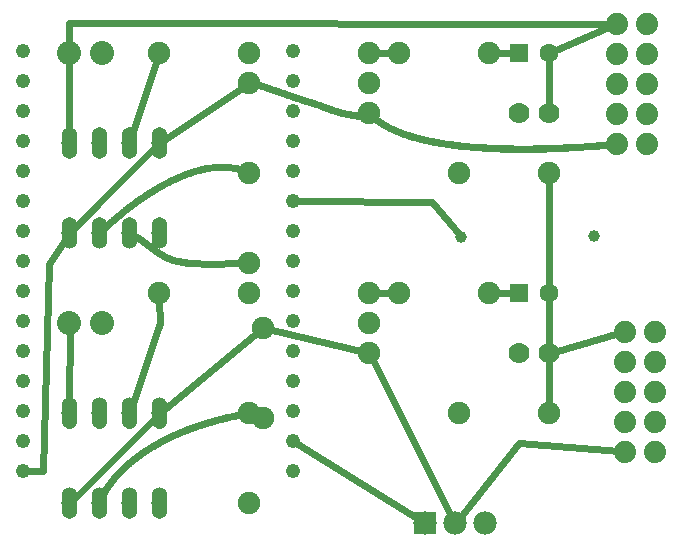
<source format=gbl>
G04 MADE WITH FRITZING*
G04 WWW.FRITZING.ORG*
G04 DOUBLE SIDED*
G04 HOLES PLATED*
G04 CONTOUR ON CENTER OF CONTOUR VECTOR*
%ASAXBY*%
%FSLAX23Y23*%
%MOIN*%
%OFA0B0*%
%SFA1.0B1.0*%
%ADD10C,0.039370*%
%ADD11C,0.074000*%
%ADD12C,0.070000*%
%ADD13C,0.075000*%
%ADD14C,0.062992*%
%ADD15C,0.047859*%
%ADD16C,0.078000*%
%ADD17C,0.052000*%
%ADD18C,0.080000*%
%ADD19R,0.062992X0.062992*%
%ADD20R,0.078000X0.078000*%
%ADD21C,0.024000*%
%ADD22R,0.001000X0.001000*%
%LNCOPPER0*%
G90*
G70*
G54D10*
X2017Y1022D03*
X1576Y1018D03*
G54D11*
X2093Y1727D03*
X2193Y1727D03*
X2093Y1627D03*
X2193Y1627D03*
X2093Y1527D03*
X2193Y1527D03*
X2093Y1427D03*
X2193Y1427D03*
X2093Y1327D03*
X2193Y1327D03*
X2122Y701D03*
X2222Y701D03*
X2122Y601D03*
X2222Y601D03*
X2122Y501D03*
X2222Y501D03*
X2122Y401D03*
X2222Y401D03*
X2122Y301D03*
X2222Y301D03*
G54D12*
X1869Y630D03*
X1769Y630D03*
X1869Y630D03*
X1769Y630D03*
G54D13*
X1269Y1630D03*
X1269Y1530D03*
X1269Y1430D03*
X1269Y1630D03*
X1269Y1530D03*
X1269Y1430D03*
X1269Y830D03*
X1269Y730D03*
X1269Y630D03*
X1269Y830D03*
X1269Y730D03*
X1269Y630D03*
G54D14*
X1769Y830D03*
X1868Y830D03*
X1769Y830D03*
X1868Y830D03*
G54D13*
X913Y714D03*
X913Y414D03*
X913Y714D03*
X913Y414D03*
X569Y830D03*
X869Y830D03*
X569Y830D03*
X869Y830D03*
X869Y430D03*
X869Y130D03*
X869Y430D03*
X869Y130D03*
X1369Y830D03*
X1669Y830D03*
X1369Y830D03*
X1669Y830D03*
X1569Y430D03*
X1869Y430D03*
X1569Y430D03*
X1869Y430D03*
G54D14*
X1769Y1630D03*
X1868Y1630D03*
X1769Y1630D03*
X1868Y1630D03*
G54D13*
X869Y1530D03*
X869Y1230D03*
X869Y1530D03*
X869Y1230D03*
X869Y1230D03*
X869Y930D03*
X869Y1230D03*
X869Y930D03*
X1369Y1630D03*
X1669Y1630D03*
X1369Y1630D03*
X1669Y1630D03*
X569Y1630D03*
X869Y1630D03*
X569Y1630D03*
X869Y1630D03*
X1569Y1230D03*
X1869Y1230D03*
X1569Y1230D03*
X1869Y1230D03*
G54D15*
X1014Y1436D03*
X116Y1636D03*
X116Y1536D03*
X116Y1436D03*
X116Y1336D03*
X116Y1236D03*
X1014Y1536D03*
X1014Y1636D03*
X1014Y1336D03*
X116Y1137D03*
X116Y1037D03*
X116Y937D03*
X116Y837D03*
X116Y737D03*
X116Y637D03*
X116Y538D03*
X116Y438D03*
X116Y338D03*
X116Y238D03*
X1014Y937D03*
X1014Y837D03*
X1014Y737D03*
X1014Y637D03*
X1014Y538D03*
X1014Y438D03*
X1014Y338D03*
X1014Y238D03*
X1014Y1236D03*
X1014Y1137D03*
X1014Y1037D03*
G54D16*
X1455Y63D03*
X1555Y63D03*
X1655Y63D03*
X1455Y63D03*
X1555Y63D03*
X1655Y63D03*
G54D12*
X1869Y1430D03*
X1769Y1430D03*
X1869Y1430D03*
X1769Y1430D03*
G54D17*
X269Y430D03*
X369Y430D03*
X369Y130D03*
X269Y130D03*
X469Y430D03*
X569Y430D03*
X469Y130D03*
X569Y130D03*
X269Y430D03*
X369Y430D03*
X369Y130D03*
X269Y130D03*
X469Y430D03*
X569Y430D03*
X469Y130D03*
X569Y130D03*
X269Y430D03*
X369Y430D03*
X369Y130D03*
X269Y130D03*
X469Y430D03*
X569Y430D03*
X469Y130D03*
X569Y130D03*
X269Y1331D03*
X369Y1331D03*
X369Y1031D03*
X269Y1031D03*
X469Y1331D03*
X569Y1331D03*
X469Y1031D03*
X569Y1031D03*
X269Y1331D03*
X369Y1331D03*
X369Y1031D03*
X269Y1031D03*
X469Y1331D03*
X569Y1331D03*
X469Y1031D03*
X569Y1031D03*
X269Y1331D03*
X369Y1331D03*
X369Y1031D03*
X269Y1031D03*
X469Y1331D03*
X569Y1331D03*
X469Y1031D03*
X569Y1031D03*
G54D18*
X379Y730D03*
X269Y730D03*
X379Y1630D03*
X269Y1630D03*
G54D19*
X1769Y830D03*
X1769Y830D03*
X1769Y1630D03*
X1769Y1630D03*
G54D20*
X1455Y63D03*
X1455Y63D03*
G54D21*
X201Y928D02*
X260Y1017D01*
D02*
X182Y238D02*
X201Y928D01*
D02*
X127Y238D02*
X182Y238D01*
D02*
X1769Y329D02*
X1567Y78D01*
D02*
X2102Y303D02*
X1769Y329D01*
D02*
X1477Y1134D02*
X1571Y1024D01*
D02*
X1025Y1137D02*
X1477Y1134D01*
D02*
X558Y1319D02*
X369Y1130D01*
D02*
X369Y1130D02*
X281Y1042D01*
D02*
X269Y1347D02*
X268Y1529D01*
D02*
X268Y1529D02*
X269Y1610D01*
D02*
X268Y1731D02*
X269Y1650D01*
D02*
X2073Y1727D02*
X268Y1731D01*
D02*
X878Y1245D02*
X870Y1231D01*
D02*
X870Y1231D02*
X878Y1245D01*
D02*
X569Y1631D02*
X474Y1346D01*
D02*
X855Y1520D02*
X583Y1340D01*
D02*
X570Y1647D02*
X569Y1631D01*
D02*
X1687Y1630D02*
X1769Y1631D01*
D02*
X1769Y1631D02*
X1771Y1645D01*
D02*
X1371Y1647D02*
X1369Y1631D01*
D02*
X1369Y1631D02*
X1287Y1630D01*
D02*
X1269Y1429D02*
X1253Y1423D01*
D02*
X1876Y1643D02*
X1869Y1631D01*
D02*
X1869Y1631D02*
X1869Y1445D01*
D02*
X2075Y1719D02*
X1869Y1631D01*
D02*
X1869Y1631D02*
X1876Y1643D01*
D02*
X569Y812D02*
X570Y729D01*
D02*
X570Y729D02*
X474Y445D01*
D02*
X279Y142D02*
X270Y131D01*
D02*
X270Y131D02*
X558Y418D01*
D02*
X269Y446D02*
X270Y729D01*
D02*
X270Y729D02*
X282Y714D01*
D02*
X580Y418D02*
X570Y429D01*
D02*
X570Y429D02*
X900Y703D01*
D02*
X868Y429D02*
X857Y417D01*
D02*
X376Y1016D02*
X370Y1029D01*
D02*
X1687Y830D02*
X1753Y830D01*
D02*
X1358Y816D02*
X1369Y829D01*
D02*
X1369Y829D02*
X1287Y830D01*
D02*
X1258Y616D02*
X1269Y629D01*
D02*
X1269Y629D02*
X930Y710D01*
D02*
X1439Y73D02*
X1023Y332D01*
D02*
X1546Y80D02*
X1277Y614D01*
D02*
X1868Y845D02*
X1869Y1229D01*
D02*
X1869Y1229D02*
X1860Y1215D01*
D02*
X1865Y615D02*
X1869Y629D01*
D02*
X1869Y629D02*
X1868Y814D01*
D02*
X1869Y447D02*
X1869Y629D01*
D02*
X1869Y629D02*
X1865Y615D01*
D02*
X1884Y634D02*
X2102Y696D01*
G54D22*
X868Y1542D02*
X877Y1542D01*
X865Y1541D02*
X882Y1541D01*
X863Y1540D02*
X886Y1540D01*
X862Y1539D02*
X889Y1539D01*
X861Y1538D02*
X893Y1538D01*
X860Y1537D02*
X896Y1537D01*
X860Y1536D02*
X899Y1536D01*
X859Y1535D02*
X902Y1535D01*
X859Y1534D02*
X905Y1534D01*
X859Y1533D02*
X908Y1533D01*
X858Y1532D02*
X911Y1532D01*
X858Y1531D02*
X915Y1531D01*
X858Y1530D02*
X918Y1530D01*
X858Y1529D02*
X920Y1529D01*
X858Y1528D02*
X923Y1528D01*
X858Y1527D02*
X926Y1527D01*
X859Y1526D02*
X929Y1526D01*
X859Y1525D02*
X932Y1525D01*
X859Y1524D02*
X935Y1524D01*
X860Y1523D02*
X938Y1523D01*
X861Y1522D02*
X941Y1522D01*
X862Y1521D02*
X944Y1521D01*
X863Y1520D02*
X947Y1520D01*
X865Y1519D02*
X949Y1519D01*
X867Y1518D02*
X871Y1518D01*
X876Y1518D02*
X952Y1518D01*
X880Y1517D02*
X955Y1517D01*
X884Y1516D02*
X958Y1516D01*
X887Y1515D02*
X961Y1515D01*
X890Y1514D02*
X964Y1514D01*
X893Y1513D02*
X967Y1513D01*
X896Y1512D02*
X970Y1512D01*
X899Y1511D02*
X973Y1511D01*
X902Y1510D02*
X975Y1510D01*
X906Y1509D02*
X978Y1509D01*
X909Y1508D02*
X981Y1508D01*
X912Y1507D02*
X984Y1507D01*
X915Y1506D02*
X987Y1506D01*
X917Y1505D02*
X990Y1505D01*
X920Y1504D02*
X993Y1504D01*
X923Y1503D02*
X996Y1503D01*
X926Y1502D02*
X999Y1502D01*
X929Y1501D02*
X1001Y1501D01*
X932Y1500D02*
X1004Y1500D01*
X935Y1499D02*
X1007Y1499D01*
X938Y1498D02*
X1010Y1498D01*
X941Y1497D02*
X1013Y1497D01*
X944Y1496D02*
X1016Y1496D01*
X946Y1495D02*
X1019Y1495D01*
X949Y1494D02*
X1022Y1494D01*
X952Y1493D02*
X1025Y1493D01*
X955Y1492D02*
X1028Y1492D01*
X958Y1491D02*
X1031Y1491D01*
X961Y1490D02*
X1034Y1490D01*
X964Y1489D02*
X1037Y1489D01*
X967Y1488D02*
X1040Y1488D01*
X970Y1487D02*
X1043Y1487D01*
X972Y1486D02*
X1046Y1486D01*
X975Y1485D02*
X1049Y1485D01*
X978Y1484D02*
X1052Y1484D01*
X981Y1483D02*
X1055Y1483D01*
X984Y1482D02*
X1058Y1482D01*
X987Y1481D02*
X1061Y1481D01*
X990Y1480D02*
X1064Y1480D01*
X993Y1479D02*
X1067Y1479D01*
X996Y1478D02*
X1070Y1478D01*
X998Y1477D02*
X1073Y1477D01*
X1001Y1476D02*
X1077Y1476D01*
X1004Y1475D02*
X1080Y1475D01*
X1007Y1474D02*
X1083Y1474D01*
X1010Y1473D02*
X1086Y1473D01*
X1013Y1472D02*
X1090Y1472D01*
X1016Y1471D02*
X1093Y1471D01*
X1019Y1470D02*
X1096Y1470D01*
X1022Y1469D02*
X1099Y1469D01*
X1025Y1468D02*
X1103Y1468D01*
X1028Y1467D02*
X1105Y1467D01*
X1031Y1466D02*
X1108Y1466D01*
X1034Y1465D02*
X1111Y1465D01*
X1037Y1464D02*
X1113Y1464D01*
X1040Y1463D02*
X1116Y1463D01*
X1043Y1462D02*
X1118Y1462D01*
X1046Y1461D02*
X1121Y1461D01*
X1049Y1460D02*
X1124Y1460D01*
X1052Y1459D02*
X1126Y1459D01*
X1055Y1458D02*
X1129Y1458D01*
X1058Y1457D02*
X1132Y1457D01*
X1061Y1456D02*
X1135Y1456D01*
X1064Y1455D02*
X1137Y1455D01*
X1068Y1454D02*
X1140Y1454D01*
X1071Y1453D02*
X1143Y1453D01*
X1074Y1452D02*
X1146Y1452D01*
X1077Y1451D02*
X1149Y1451D01*
X1080Y1450D02*
X1152Y1450D01*
X1084Y1449D02*
X1155Y1449D01*
X1087Y1448D02*
X1159Y1448D01*
X1090Y1447D02*
X1162Y1447D01*
X1094Y1446D02*
X1165Y1446D01*
X1097Y1445D02*
X1168Y1445D01*
X1099Y1444D02*
X1172Y1444D01*
X1102Y1443D02*
X1175Y1443D01*
X1105Y1442D02*
X1179Y1442D01*
X1107Y1441D02*
X1183Y1441D01*
X1266Y1441D02*
X1273Y1441D01*
X1110Y1440D02*
X1187Y1440D01*
X1264Y1440D02*
X1275Y1440D01*
X1112Y1439D02*
X1191Y1439D01*
X1262Y1439D02*
X1276Y1439D01*
X1115Y1438D02*
X1195Y1438D01*
X1261Y1438D02*
X1278Y1438D01*
X1118Y1437D02*
X1200Y1437D01*
X1260Y1437D02*
X1278Y1437D01*
X1120Y1436D02*
X1205Y1436D01*
X1259Y1436D02*
X1279Y1436D01*
X1123Y1435D02*
X1210Y1435D01*
X1258Y1435D02*
X1280Y1435D01*
X1126Y1434D02*
X1216Y1434D01*
X1256Y1434D02*
X1281Y1434D01*
X1129Y1433D02*
X1223Y1433D01*
X1252Y1433D02*
X1282Y1433D01*
X1132Y1432D02*
X1238Y1432D01*
X1241Y1432D02*
X1283Y1432D01*
X1135Y1431D02*
X1283Y1431D01*
X1137Y1430D02*
X1284Y1430D01*
X1140Y1429D02*
X1285Y1429D01*
X1143Y1428D02*
X1287Y1428D01*
X1146Y1427D02*
X1288Y1427D01*
X1150Y1426D02*
X1289Y1426D01*
X1153Y1425D02*
X1290Y1425D01*
X1156Y1424D02*
X1291Y1424D01*
X1159Y1423D02*
X1292Y1423D01*
X1163Y1422D02*
X1293Y1422D01*
X1166Y1421D02*
X1294Y1421D01*
X1170Y1420D02*
X1296Y1420D01*
X1173Y1419D02*
X1297Y1419D01*
X1177Y1418D02*
X1298Y1418D01*
X1181Y1417D02*
X1299Y1417D01*
X1185Y1416D02*
X1301Y1416D01*
X1189Y1415D02*
X1302Y1415D01*
X1194Y1414D02*
X1303Y1414D01*
X1198Y1413D02*
X1267Y1413D01*
X1269Y1413D02*
X1305Y1413D01*
X1204Y1412D02*
X1265Y1412D01*
X1270Y1412D02*
X1306Y1412D01*
X1209Y1411D02*
X1262Y1411D01*
X1271Y1411D02*
X1307Y1411D01*
X1216Y1410D02*
X1258Y1410D01*
X1272Y1410D02*
X1309Y1410D01*
X1224Y1409D02*
X1253Y1409D01*
X1273Y1409D02*
X1310Y1409D01*
X1274Y1408D02*
X1312Y1408D01*
X1275Y1407D02*
X1313Y1407D01*
X1276Y1406D02*
X1315Y1406D01*
X1277Y1405D02*
X1316Y1405D01*
X1278Y1404D02*
X1318Y1404D01*
X1280Y1403D02*
X1319Y1403D01*
X1281Y1402D02*
X1321Y1402D01*
X1282Y1401D02*
X1323Y1401D01*
X1283Y1400D02*
X1324Y1400D01*
X1285Y1399D02*
X1326Y1399D01*
X1286Y1398D02*
X1328Y1398D01*
X1287Y1397D02*
X1330Y1397D01*
X1288Y1396D02*
X1331Y1396D01*
X1290Y1395D02*
X1333Y1395D01*
X1291Y1394D02*
X1335Y1394D01*
X1293Y1393D02*
X1337Y1393D01*
X1294Y1392D02*
X1339Y1392D01*
X1295Y1391D02*
X1341Y1391D01*
X1297Y1390D02*
X1343Y1390D01*
X1298Y1389D02*
X1345Y1389D01*
X1300Y1388D02*
X1347Y1388D01*
X1301Y1387D02*
X1349Y1387D01*
X1303Y1386D02*
X1351Y1386D01*
X1304Y1385D02*
X1353Y1385D01*
X1306Y1384D02*
X1355Y1384D01*
X1308Y1383D02*
X1358Y1383D01*
X264Y1382D02*
X275Y1382D01*
X364Y1382D02*
X375Y1382D01*
X464Y1382D02*
X475Y1382D01*
X564Y1382D02*
X575Y1382D01*
X1309Y1382D02*
X1360Y1382D01*
X261Y1381D02*
X278Y1381D01*
X361Y1381D02*
X378Y1381D01*
X461Y1381D02*
X478Y1381D01*
X561Y1381D02*
X578Y1381D01*
X1311Y1381D02*
X1362Y1381D01*
X259Y1380D02*
X280Y1380D01*
X359Y1380D02*
X380Y1380D01*
X459Y1380D02*
X480Y1380D01*
X559Y1380D02*
X580Y1380D01*
X1313Y1380D02*
X1365Y1380D01*
X257Y1379D02*
X282Y1379D01*
X357Y1379D02*
X382Y1379D01*
X457Y1379D02*
X482Y1379D01*
X557Y1379D02*
X582Y1379D01*
X1314Y1379D02*
X1367Y1379D01*
X255Y1378D02*
X284Y1378D01*
X355Y1378D02*
X384Y1378D01*
X455Y1378D02*
X484Y1378D01*
X555Y1378D02*
X584Y1378D01*
X1316Y1378D02*
X1369Y1378D01*
X254Y1377D02*
X285Y1377D01*
X354Y1377D02*
X385Y1377D01*
X454Y1377D02*
X485Y1377D01*
X554Y1377D02*
X585Y1377D01*
X1318Y1377D02*
X1372Y1377D01*
X253Y1376D02*
X286Y1376D01*
X353Y1376D02*
X386Y1376D01*
X453Y1376D02*
X486Y1376D01*
X553Y1376D02*
X586Y1376D01*
X1319Y1376D02*
X1374Y1376D01*
X252Y1375D02*
X288Y1375D01*
X352Y1375D02*
X388Y1375D01*
X452Y1375D02*
X487Y1375D01*
X552Y1375D02*
X587Y1375D01*
X1321Y1375D02*
X1377Y1375D01*
X251Y1374D02*
X288Y1374D01*
X351Y1374D02*
X388Y1374D01*
X451Y1374D02*
X488Y1374D01*
X551Y1374D02*
X588Y1374D01*
X1323Y1374D02*
X1380Y1374D01*
X250Y1373D02*
X289Y1373D01*
X350Y1373D02*
X389Y1373D01*
X450Y1373D02*
X489Y1373D01*
X550Y1373D02*
X589Y1373D01*
X1325Y1373D02*
X1382Y1373D01*
X249Y1372D02*
X290Y1372D01*
X349Y1372D02*
X390Y1372D01*
X449Y1372D02*
X490Y1372D01*
X549Y1372D02*
X590Y1372D01*
X1327Y1372D02*
X1385Y1372D01*
X249Y1371D02*
X291Y1371D01*
X348Y1371D02*
X391Y1371D01*
X448Y1371D02*
X491Y1371D01*
X548Y1371D02*
X591Y1371D01*
X1329Y1371D02*
X1388Y1371D01*
X248Y1370D02*
X291Y1370D01*
X348Y1370D02*
X391Y1370D01*
X448Y1370D02*
X491Y1370D01*
X548Y1370D02*
X591Y1370D01*
X1331Y1370D02*
X1391Y1370D01*
X247Y1369D02*
X292Y1369D01*
X347Y1369D02*
X392Y1369D01*
X447Y1369D02*
X492Y1369D01*
X547Y1369D02*
X592Y1369D01*
X1333Y1369D02*
X1394Y1369D01*
X247Y1368D02*
X292Y1368D01*
X347Y1368D02*
X392Y1368D01*
X447Y1368D02*
X492Y1368D01*
X547Y1368D02*
X592Y1368D01*
X1335Y1368D02*
X1397Y1368D01*
X246Y1367D02*
X293Y1367D01*
X346Y1367D02*
X393Y1367D01*
X446Y1367D02*
X493Y1367D01*
X546Y1367D02*
X593Y1367D01*
X1337Y1367D02*
X1400Y1367D01*
X246Y1366D02*
X293Y1366D01*
X346Y1366D02*
X393Y1366D01*
X446Y1366D02*
X493Y1366D01*
X546Y1366D02*
X593Y1366D01*
X1339Y1366D02*
X1403Y1366D01*
X246Y1365D02*
X294Y1365D01*
X346Y1365D02*
X394Y1365D01*
X446Y1365D02*
X494Y1365D01*
X545Y1365D02*
X594Y1365D01*
X1341Y1365D02*
X1406Y1365D01*
X245Y1364D02*
X294Y1364D01*
X345Y1364D02*
X394Y1364D01*
X445Y1364D02*
X494Y1364D01*
X545Y1364D02*
X594Y1364D01*
X1343Y1364D02*
X1409Y1364D01*
X245Y1363D02*
X294Y1363D01*
X345Y1363D02*
X394Y1363D01*
X445Y1363D02*
X494Y1363D01*
X545Y1363D02*
X594Y1363D01*
X1345Y1363D02*
X1412Y1363D01*
X245Y1362D02*
X295Y1362D01*
X345Y1362D02*
X395Y1362D01*
X445Y1362D02*
X495Y1362D01*
X545Y1362D02*
X595Y1362D01*
X1347Y1362D02*
X1416Y1362D01*
X245Y1361D02*
X295Y1361D01*
X345Y1361D02*
X395Y1361D01*
X445Y1361D02*
X495Y1361D01*
X544Y1361D02*
X595Y1361D01*
X1350Y1361D02*
X1419Y1361D01*
X244Y1360D02*
X295Y1360D01*
X344Y1360D02*
X395Y1360D01*
X444Y1360D02*
X495Y1360D01*
X544Y1360D02*
X595Y1360D01*
X1352Y1360D02*
X1423Y1360D01*
X244Y1359D02*
X295Y1359D01*
X344Y1359D02*
X395Y1359D01*
X444Y1359D02*
X495Y1359D01*
X544Y1359D02*
X595Y1359D01*
X1354Y1359D02*
X1426Y1359D01*
X244Y1358D02*
X295Y1358D01*
X344Y1358D02*
X395Y1358D01*
X444Y1358D02*
X495Y1358D01*
X544Y1358D02*
X595Y1358D01*
X1357Y1358D02*
X1430Y1358D01*
X244Y1357D02*
X295Y1357D01*
X344Y1357D02*
X395Y1357D01*
X444Y1357D02*
X495Y1357D01*
X544Y1357D02*
X595Y1357D01*
X1359Y1357D02*
X1434Y1357D01*
X244Y1356D02*
X295Y1356D01*
X344Y1356D02*
X395Y1356D01*
X444Y1356D02*
X495Y1356D01*
X544Y1356D02*
X595Y1356D01*
X1361Y1356D02*
X1437Y1356D01*
X244Y1355D02*
X295Y1355D01*
X344Y1355D02*
X395Y1355D01*
X444Y1355D02*
X495Y1355D01*
X544Y1355D02*
X595Y1355D01*
X1364Y1355D02*
X1442Y1355D01*
X244Y1354D02*
X295Y1354D01*
X344Y1354D02*
X395Y1354D01*
X444Y1354D02*
X495Y1354D01*
X544Y1354D02*
X595Y1354D01*
X1366Y1354D02*
X1446Y1354D01*
X244Y1353D02*
X295Y1353D01*
X344Y1353D02*
X395Y1353D01*
X444Y1353D02*
X495Y1353D01*
X544Y1353D02*
X595Y1353D01*
X1369Y1353D02*
X1450Y1353D01*
X244Y1352D02*
X295Y1352D01*
X344Y1352D02*
X395Y1352D01*
X444Y1352D02*
X495Y1352D01*
X544Y1352D02*
X595Y1352D01*
X1372Y1352D02*
X1454Y1352D01*
X244Y1351D02*
X295Y1351D01*
X344Y1351D02*
X395Y1351D01*
X444Y1351D02*
X495Y1351D01*
X544Y1351D02*
X595Y1351D01*
X1374Y1351D02*
X1458Y1351D01*
X244Y1350D02*
X295Y1350D01*
X344Y1350D02*
X395Y1350D01*
X444Y1350D02*
X495Y1350D01*
X544Y1350D02*
X595Y1350D01*
X1377Y1350D02*
X1463Y1350D01*
X244Y1349D02*
X295Y1349D01*
X344Y1349D02*
X395Y1349D01*
X444Y1349D02*
X495Y1349D01*
X544Y1349D02*
X595Y1349D01*
X1380Y1349D02*
X1467Y1349D01*
X244Y1348D02*
X295Y1348D01*
X344Y1348D02*
X395Y1348D01*
X444Y1348D02*
X495Y1348D01*
X544Y1348D02*
X595Y1348D01*
X1383Y1348D02*
X1472Y1348D01*
X244Y1347D02*
X295Y1347D01*
X344Y1347D02*
X395Y1347D01*
X444Y1347D02*
X495Y1347D01*
X544Y1347D02*
X595Y1347D01*
X1385Y1347D02*
X1477Y1347D01*
X244Y1346D02*
X265Y1346D01*
X275Y1346D02*
X295Y1346D01*
X344Y1346D02*
X365Y1346D01*
X375Y1346D02*
X395Y1346D01*
X444Y1346D02*
X465Y1346D01*
X474Y1346D02*
X495Y1346D01*
X544Y1346D02*
X565Y1346D01*
X574Y1346D02*
X595Y1346D01*
X1388Y1346D02*
X1482Y1346D01*
X244Y1345D02*
X262Y1345D01*
X277Y1345D02*
X295Y1345D01*
X344Y1345D02*
X362Y1345D01*
X377Y1345D02*
X395Y1345D01*
X444Y1345D02*
X462Y1345D01*
X477Y1345D02*
X495Y1345D01*
X544Y1345D02*
X562Y1345D01*
X577Y1345D02*
X595Y1345D01*
X1391Y1345D02*
X1487Y1345D01*
X244Y1344D02*
X260Y1344D01*
X279Y1344D02*
X295Y1344D01*
X344Y1344D02*
X360Y1344D01*
X379Y1344D02*
X395Y1344D01*
X444Y1344D02*
X460Y1344D01*
X479Y1344D02*
X495Y1344D01*
X544Y1344D02*
X560Y1344D01*
X579Y1344D02*
X595Y1344D01*
X1394Y1344D02*
X1492Y1344D01*
X244Y1343D02*
X259Y1343D01*
X280Y1343D02*
X295Y1343D01*
X344Y1343D02*
X359Y1343D01*
X380Y1343D02*
X395Y1343D01*
X444Y1343D02*
X459Y1343D01*
X480Y1343D02*
X495Y1343D01*
X544Y1343D02*
X559Y1343D01*
X580Y1343D02*
X595Y1343D01*
X1397Y1343D02*
X1498Y1343D01*
X244Y1342D02*
X258Y1342D01*
X281Y1342D02*
X295Y1342D01*
X344Y1342D02*
X358Y1342D01*
X381Y1342D02*
X395Y1342D01*
X444Y1342D02*
X458Y1342D01*
X481Y1342D02*
X495Y1342D01*
X544Y1342D02*
X558Y1342D01*
X581Y1342D02*
X595Y1342D01*
X1400Y1342D02*
X1504Y1342D01*
X244Y1341D02*
X257Y1341D01*
X282Y1341D02*
X295Y1341D01*
X344Y1341D02*
X357Y1341D01*
X382Y1341D02*
X395Y1341D01*
X444Y1341D02*
X457Y1341D01*
X482Y1341D02*
X495Y1341D01*
X544Y1341D02*
X557Y1341D01*
X582Y1341D02*
X595Y1341D01*
X1404Y1341D02*
X1509Y1341D01*
X244Y1340D02*
X256Y1340D01*
X283Y1340D02*
X295Y1340D01*
X344Y1340D02*
X356Y1340D01*
X383Y1340D02*
X395Y1340D01*
X444Y1340D02*
X456Y1340D01*
X483Y1340D02*
X495Y1340D01*
X544Y1340D02*
X556Y1340D01*
X583Y1340D02*
X595Y1340D01*
X1407Y1340D02*
X1515Y1340D01*
X244Y1339D02*
X256Y1339D01*
X284Y1339D02*
X295Y1339D01*
X344Y1339D02*
X356Y1339D01*
X384Y1339D02*
X395Y1339D01*
X444Y1339D02*
X456Y1339D01*
X484Y1339D02*
X495Y1339D01*
X544Y1339D02*
X556Y1339D01*
X584Y1339D02*
X595Y1339D01*
X1410Y1339D02*
X1522Y1339D01*
X244Y1338D02*
X255Y1338D01*
X284Y1338D02*
X295Y1338D01*
X344Y1338D02*
X355Y1338D01*
X384Y1338D02*
X395Y1338D01*
X444Y1338D02*
X455Y1338D01*
X484Y1338D02*
X495Y1338D01*
X544Y1338D02*
X555Y1338D01*
X584Y1338D02*
X595Y1338D01*
X1414Y1338D02*
X1528Y1338D01*
X2087Y1338D02*
X2096Y1338D01*
X244Y1337D02*
X254Y1337D01*
X285Y1337D02*
X295Y1337D01*
X344Y1337D02*
X354Y1337D01*
X385Y1337D02*
X395Y1337D01*
X444Y1337D02*
X454Y1337D01*
X485Y1337D02*
X495Y1337D01*
X544Y1337D02*
X554Y1337D01*
X585Y1337D02*
X595Y1337D01*
X1417Y1337D02*
X1535Y1337D01*
X2078Y1337D02*
X2099Y1337D01*
X244Y1336D02*
X254Y1336D01*
X285Y1336D02*
X295Y1336D01*
X344Y1336D02*
X354Y1336D01*
X385Y1336D02*
X395Y1336D01*
X444Y1336D02*
X454Y1336D01*
X485Y1336D02*
X495Y1336D01*
X544Y1336D02*
X554Y1336D01*
X585Y1336D02*
X595Y1336D01*
X1421Y1336D02*
X1543Y1336D01*
X2068Y1336D02*
X2100Y1336D01*
X244Y1335D02*
X254Y1335D01*
X285Y1335D02*
X295Y1335D01*
X344Y1335D02*
X354Y1335D01*
X385Y1335D02*
X395Y1335D01*
X444Y1335D02*
X454Y1335D01*
X485Y1335D02*
X495Y1335D01*
X544Y1335D02*
X554Y1335D01*
X585Y1335D02*
X595Y1335D01*
X1424Y1335D02*
X1550Y1335D01*
X2058Y1335D02*
X2101Y1335D01*
X244Y1334D02*
X254Y1334D01*
X286Y1334D02*
X295Y1334D01*
X344Y1334D02*
X354Y1334D01*
X386Y1334D02*
X395Y1334D01*
X444Y1334D02*
X453Y1334D01*
X486Y1334D02*
X495Y1334D01*
X544Y1334D02*
X553Y1334D01*
X586Y1334D02*
X595Y1334D01*
X1428Y1334D02*
X1558Y1334D01*
X2047Y1334D02*
X2102Y1334D01*
X244Y1333D02*
X253Y1333D01*
X286Y1333D02*
X295Y1333D01*
X344Y1333D02*
X353Y1333D01*
X386Y1333D02*
X395Y1333D01*
X444Y1333D02*
X453Y1333D01*
X486Y1333D02*
X495Y1333D01*
X544Y1333D02*
X553Y1333D01*
X586Y1333D02*
X595Y1333D01*
X1432Y1333D02*
X1566Y1333D01*
X2036Y1333D02*
X2103Y1333D01*
X244Y1332D02*
X253Y1332D01*
X286Y1332D02*
X295Y1332D01*
X344Y1332D02*
X353Y1332D01*
X386Y1332D02*
X395Y1332D01*
X444Y1332D02*
X453Y1332D01*
X486Y1332D02*
X495Y1332D01*
X544Y1332D02*
X553Y1332D01*
X586Y1332D02*
X595Y1332D01*
X1436Y1332D02*
X1575Y1332D01*
X2024Y1332D02*
X2103Y1332D01*
X244Y1331D02*
X253Y1331D01*
X286Y1331D02*
X295Y1331D01*
X344Y1331D02*
X353Y1331D01*
X386Y1331D02*
X395Y1331D01*
X444Y1331D02*
X453Y1331D01*
X486Y1331D02*
X495Y1331D01*
X544Y1331D02*
X553Y1331D01*
X586Y1331D02*
X595Y1331D01*
X1440Y1331D02*
X1584Y1331D01*
X2011Y1331D02*
X2104Y1331D01*
X244Y1330D02*
X253Y1330D01*
X286Y1330D02*
X295Y1330D01*
X344Y1330D02*
X353Y1330D01*
X386Y1330D02*
X395Y1330D01*
X444Y1330D02*
X453Y1330D01*
X486Y1330D02*
X495Y1330D01*
X544Y1330D02*
X553Y1330D01*
X586Y1330D02*
X595Y1330D01*
X1444Y1330D02*
X1594Y1330D01*
X1998Y1330D02*
X2104Y1330D01*
X244Y1329D02*
X253Y1329D01*
X286Y1329D02*
X295Y1329D01*
X344Y1329D02*
X353Y1329D01*
X386Y1329D02*
X395Y1329D01*
X444Y1329D02*
X453Y1329D01*
X486Y1329D02*
X495Y1329D01*
X544Y1329D02*
X553Y1329D01*
X586Y1329D02*
X595Y1329D01*
X1448Y1329D02*
X1605Y1329D01*
X1985Y1329D02*
X2105Y1329D01*
X244Y1328D02*
X253Y1328D01*
X286Y1328D02*
X295Y1328D01*
X344Y1328D02*
X353Y1328D01*
X386Y1328D02*
X395Y1328D01*
X444Y1328D02*
X453Y1328D01*
X486Y1328D02*
X495Y1328D01*
X544Y1328D02*
X553Y1328D01*
X586Y1328D02*
X595Y1328D01*
X1452Y1328D02*
X1618Y1328D01*
X1969Y1328D02*
X2105Y1328D01*
X244Y1327D02*
X254Y1327D01*
X286Y1327D02*
X295Y1327D01*
X344Y1327D02*
X354Y1327D01*
X386Y1327D02*
X395Y1327D01*
X444Y1327D02*
X454Y1327D01*
X486Y1327D02*
X495Y1327D01*
X544Y1327D02*
X554Y1327D01*
X586Y1327D02*
X595Y1327D01*
X1457Y1327D02*
X1630Y1327D01*
X1953Y1327D02*
X2105Y1327D01*
X244Y1326D02*
X254Y1326D01*
X285Y1326D02*
X295Y1326D01*
X344Y1326D02*
X354Y1326D01*
X385Y1326D02*
X395Y1326D01*
X444Y1326D02*
X454Y1326D01*
X485Y1326D02*
X495Y1326D01*
X544Y1326D02*
X554Y1326D01*
X585Y1326D02*
X595Y1326D01*
X1461Y1326D02*
X1645Y1326D01*
X1936Y1326D02*
X2105Y1326D01*
X244Y1325D02*
X254Y1325D01*
X285Y1325D02*
X295Y1325D01*
X344Y1325D02*
X354Y1325D01*
X385Y1325D02*
X395Y1325D01*
X444Y1325D02*
X454Y1325D01*
X485Y1325D02*
X495Y1325D01*
X544Y1325D02*
X554Y1325D01*
X585Y1325D02*
X595Y1325D01*
X1466Y1325D02*
X1661Y1325D01*
X1915Y1325D02*
X2105Y1325D01*
X244Y1324D02*
X255Y1324D01*
X285Y1324D02*
X295Y1324D01*
X344Y1324D02*
X355Y1324D01*
X385Y1324D02*
X395Y1324D01*
X444Y1324D02*
X455Y1324D01*
X485Y1324D02*
X495Y1324D01*
X544Y1324D02*
X555Y1324D01*
X585Y1324D02*
X595Y1324D01*
X1471Y1324D02*
X1681Y1324D01*
X1892Y1324D02*
X2104Y1324D01*
X244Y1323D02*
X255Y1323D01*
X284Y1323D02*
X295Y1323D01*
X344Y1323D02*
X355Y1323D01*
X384Y1323D02*
X395Y1323D01*
X444Y1323D02*
X455Y1323D01*
X484Y1323D02*
X495Y1323D01*
X544Y1323D02*
X555Y1323D01*
X584Y1323D02*
X595Y1323D01*
X1476Y1323D02*
X1706Y1323D01*
X1863Y1323D02*
X2104Y1323D01*
X244Y1322D02*
X256Y1322D01*
X284Y1322D02*
X295Y1322D01*
X344Y1322D02*
X356Y1322D01*
X384Y1322D02*
X395Y1322D01*
X444Y1322D02*
X456Y1322D01*
X484Y1322D02*
X495Y1322D01*
X544Y1322D02*
X556Y1322D01*
X583Y1322D02*
X595Y1322D01*
X1480Y1322D02*
X1752Y1322D01*
X1816Y1322D02*
X2104Y1322D01*
X244Y1321D02*
X256Y1321D01*
X283Y1321D02*
X295Y1321D01*
X344Y1321D02*
X356Y1321D01*
X383Y1321D02*
X395Y1321D01*
X444Y1321D02*
X456Y1321D01*
X483Y1321D02*
X495Y1321D01*
X544Y1321D02*
X556Y1321D01*
X583Y1321D02*
X595Y1321D01*
X1486Y1321D02*
X2103Y1321D01*
X244Y1320D02*
X257Y1320D01*
X282Y1320D02*
X295Y1320D01*
X344Y1320D02*
X357Y1320D01*
X382Y1320D02*
X395Y1320D01*
X444Y1320D02*
X457Y1320D01*
X482Y1320D02*
X495Y1320D01*
X544Y1320D02*
X557Y1320D01*
X582Y1320D02*
X595Y1320D01*
X1491Y1320D02*
X2103Y1320D01*
X244Y1319D02*
X258Y1319D01*
X281Y1319D02*
X295Y1319D01*
X344Y1319D02*
X358Y1319D01*
X381Y1319D02*
X395Y1319D01*
X444Y1319D02*
X458Y1319D01*
X481Y1319D02*
X495Y1319D01*
X544Y1319D02*
X558Y1319D01*
X581Y1319D02*
X595Y1319D01*
X1497Y1319D02*
X2102Y1319D01*
X244Y1318D02*
X260Y1318D01*
X280Y1318D02*
X295Y1318D01*
X344Y1318D02*
X360Y1318D01*
X380Y1318D02*
X395Y1318D01*
X444Y1318D02*
X459Y1318D01*
X480Y1318D02*
X495Y1318D01*
X544Y1318D02*
X559Y1318D01*
X580Y1318D02*
X595Y1318D01*
X1503Y1318D02*
X2101Y1318D01*
X244Y1317D02*
X261Y1317D01*
X278Y1317D02*
X295Y1317D01*
X344Y1317D02*
X361Y1317D01*
X378Y1317D02*
X395Y1317D01*
X444Y1317D02*
X461Y1317D01*
X478Y1317D02*
X495Y1317D01*
X544Y1317D02*
X561Y1317D01*
X578Y1317D02*
X595Y1317D01*
X1509Y1317D02*
X2100Y1317D01*
X244Y1316D02*
X263Y1316D01*
X276Y1316D02*
X295Y1316D01*
X344Y1316D02*
X363Y1316D01*
X376Y1316D02*
X395Y1316D01*
X444Y1316D02*
X463Y1316D01*
X476Y1316D02*
X495Y1316D01*
X544Y1316D02*
X563Y1316D01*
X576Y1316D02*
X595Y1316D01*
X1515Y1316D02*
X2098Y1316D01*
X244Y1315D02*
X266Y1315D01*
X273Y1315D02*
X295Y1315D01*
X344Y1315D02*
X366Y1315D01*
X373Y1315D02*
X395Y1315D01*
X444Y1315D02*
X466Y1315D01*
X473Y1315D02*
X495Y1315D01*
X544Y1315D02*
X566Y1315D01*
X573Y1315D02*
X595Y1315D01*
X1521Y1315D02*
X2096Y1315D01*
X244Y1314D02*
X295Y1314D01*
X344Y1314D02*
X395Y1314D01*
X444Y1314D02*
X495Y1314D01*
X544Y1314D02*
X595Y1314D01*
X1528Y1314D02*
X2088Y1314D01*
X244Y1313D02*
X295Y1313D01*
X344Y1313D02*
X395Y1313D01*
X444Y1313D02*
X495Y1313D01*
X544Y1313D02*
X595Y1313D01*
X1535Y1313D02*
X2078Y1313D01*
X244Y1312D02*
X295Y1312D01*
X344Y1312D02*
X395Y1312D01*
X444Y1312D02*
X495Y1312D01*
X544Y1312D02*
X595Y1312D01*
X1542Y1312D02*
X2069Y1312D01*
X244Y1311D02*
X295Y1311D01*
X344Y1311D02*
X395Y1311D01*
X444Y1311D02*
X495Y1311D01*
X544Y1311D02*
X595Y1311D01*
X1550Y1311D02*
X2058Y1311D01*
X244Y1310D02*
X295Y1310D01*
X344Y1310D02*
X395Y1310D01*
X444Y1310D02*
X495Y1310D01*
X544Y1310D02*
X595Y1310D01*
X1558Y1310D02*
X2047Y1310D01*
X244Y1309D02*
X295Y1309D01*
X344Y1309D02*
X395Y1309D01*
X444Y1309D02*
X495Y1309D01*
X544Y1309D02*
X595Y1309D01*
X1566Y1309D02*
X2036Y1309D01*
X244Y1308D02*
X295Y1308D01*
X344Y1308D02*
X395Y1308D01*
X444Y1308D02*
X495Y1308D01*
X544Y1308D02*
X595Y1308D01*
X1575Y1308D02*
X2024Y1308D01*
X244Y1307D02*
X295Y1307D01*
X344Y1307D02*
X395Y1307D01*
X444Y1307D02*
X495Y1307D01*
X544Y1307D02*
X595Y1307D01*
X1584Y1307D02*
X2011Y1307D01*
X244Y1306D02*
X295Y1306D01*
X344Y1306D02*
X395Y1306D01*
X444Y1306D02*
X495Y1306D01*
X544Y1306D02*
X595Y1306D01*
X1594Y1306D02*
X1998Y1306D01*
X244Y1305D02*
X295Y1305D01*
X344Y1305D02*
X395Y1305D01*
X444Y1305D02*
X495Y1305D01*
X544Y1305D02*
X595Y1305D01*
X1606Y1305D02*
X1984Y1305D01*
X244Y1304D02*
X295Y1304D01*
X344Y1304D02*
X395Y1304D01*
X444Y1304D02*
X495Y1304D01*
X544Y1304D02*
X595Y1304D01*
X1618Y1304D02*
X1969Y1304D01*
X244Y1303D02*
X295Y1303D01*
X344Y1303D02*
X395Y1303D01*
X444Y1303D02*
X495Y1303D01*
X544Y1303D02*
X595Y1303D01*
X1631Y1303D02*
X1953Y1303D01*
X244Y1302D02*
X295Y1302D01*
X344Y1302D02*
X395Y1302D01*
X444Y1302D02*
X495Y1302D01*
X544Y1302D02*
X595Y1302D01*
X1645Y1302D02*
X1935Y1302D01*
X244Y1301D02*
X295Y1301D01*
X344Y1301D02*
X395Y1301D01*
X444Y1301D02*
X495Y1301D01*
X544Y1301D02*
X595Y1301D01*
X1662Y1301D02*
X1915Y1301D01*
X245Y1300D02*
X295Y1300D01*
X345Y1300D02*
X395Y1300D01*
X445Y1300D02*
X495Y1300D01*
X545Y1300D02*
X595Y1300D01*
X1682Y1300D02*
X1891Y1300D01*
X245Y1299D02*
X295Y1299D01*
X345Y1299D02*
X394Y1299D01*
X445Y1299D02*
X494Y1299D01*
X545Y1299D02*
X594Y1299D01*
X1706Y1299D02*
X1862Y1299D01*
X245Y1298D02*
X294Y1298D01*
X345Y1298D02*
X394Y1298D01*
X445Y1298D02*
X494Y1298D01*
X545Y1298D02*
X594Y1298D01*
X1754Y1298D02*
X1815Y1298D01*
X245Y1297D02*
X294Y1297D01*
X345Y1297D02*
X394Y1297D01*
X445Y1297D02*
X494Y1297D01*
X545Y1297D02*
X594Y1297D01*
X246Y1296D02*
X294Y1296D01*
X346Y1296D02*
X394Y1296D01*
X446Y1296D02*
X494Y1296D01*
X546Y1296D02*
X594Y1296D01*
X246Y1295D02*
X293Y1295D01*
X346Y1295D02*
X393Y1295D01*
X446Y1295D02*
X493Y1295D01*
X546Y1295D02*
X593Y1295D01*
X247Y1294D02*
X293Y1294D01*
X346Y1294D02*
X393Y1294D01*
X446Y1294D02*
X493Y1294D01*
X546Y1294D02*
X593Y1294D01*
X247Y1293D02*
X292Y1293D01*
X347Y1293D02*
X392Y1293D01*
X447Y1293D02*
X492Y1293D01*
X547Y1293D02*
X592Y1293D01*
X248Y1292D02*
X292Y1292D01*
X348Y1292D02*
X392Y1292D01*
X448Y1292D02*
X492Y1292D01*
X548Y1292D02*
X592Y1292D01*
X248Y1291D02*
X291Y1291D01*
X348Y1291D02*
X391Y1291D01*
X448Y1291D02*
X491Y1291D01*
X548Y1291D02*
X591Y1291D01*
X249Y1290D02*
X291Y1290D01*
X349Y1290D02*
X391Y1290D01*
X449Y1290D02*
X491Y1290D01*
X549Y1290D02*
X591Y1290D01*
X250Y1289D02*
X290Y1289D01*
X350Y1289D02*
X390Y1289D01*
X450Y1289D02*
X490Y1289D01*
X549Y1289D02*
X590Y1289D01*
X250Y1288D02*
X289Y1288D01*
X350Y1288D02*
X389Y1288D01*
X450Y1288D02*
X489Y1288D01*
X550Y1288D02*
X589Y1288D01*
X251Y1287D02*
X288Y1287D01*
X351Y1287D02*
X388Y1287D01*
X451Y1287D02*
X488Y1287D01*
X551Y1287D02*
X588Y1287D01*
X252Y1286D02*
X287Y1286D01*
X352Y1286D02*
X387Y1286D01*
X452Y1286D02*
X487Y1286D01*
X552Y1286D02*
X587Y1286D01*
X253Y1285D02*
X286Y1285D01*
X353Y1285D02*
X386Y1285D01*
X453Y1285D02*
X486Y1285D01*
X553Y1285D02*
X586Y1285D01*
X255Y1284D02*
X285Y1284D01*
X355Y1284D02*
X385Y1284D01*
X455Y1284D02*
X485Y1284D01*
X555Y1284D02*
X585Y1284D01*
X256Y1283D02*
X283Y1283D01*
X356Y1283D02*
X383Y1283D01*
X456Y1283D02*
X483Y1283D01*
X556Y1283D02*
X583Y1283D01*
X258Y1282D02*
X282Y1282D01*
X358Y1282D02*
X382Y1282D01*
X458Y1282D02*
X482Y1282D01*
X558Y1282D02*
X582Y1282D01*
X260Y1281D02*
X280Y1281D01*
X360Y1281D02*
X380Y1281D01*
X460Y1281D02*
X480Y1281D01*
X560Y1281D02*
X580Y1281D01*
X262Y1280D02*
X277Y1280D01*
X362Y1280D02*
X377Y1280D01*
X462Y1280D02*
X477Y1280D01*
X562Y1280D02*
X577Y1280D01*
X266Y1279D02*
X273Y1279D01*
X366Y1279D02*
X373Y1279D01*
X466Y1279D02*
X473Y1279D01*
X566Y1279D02*
X573Y1279D01*
X769Y1261D02*
X787Y1261D01*
X755Y1260D02*
X803Y1260D01*
X745Y1259D02*
X811Y1259D01*
X737Y1258D02*
X818Y1258D01*
X731Y1257D02*
X824Y1257D01*
X725Y1256D02*
X828Y1256D01*
X720Y1255D02*
X833Y1255D01*
X715Y1254D02*
X837Y1254D01*
X711Y1253D02*
X841Y1253D01*
X706Y1252D02*
X844Y1252D01*
X702Y1251D02*
X847Y1251D01*
X699Y1250D02*
X850Y1250D01*
X695Y1249D02*
X854Y1249D01*
X691Y1248D02*
X856Y1248D01*
X688Y1247D02*
X859Y1247D01*
X684Y1246D02*
X862Y1246D01*
X681Y1245D02*
X864Y1245D01*
X678Y1244D02*
X866Y1244D01*
X675Y1243D02*
X869Y1243D01*
X672Y1242D02*
X871Y1242D01*
X669Y1241D02*
X873Y1241D01*
X666Y1240D02*
X875Y1240D01*
X663Y1239D02*
X877Y1239D01*
X660Y1238D02*
X878Y1238D01*
X658Y1237D02*
X762Y1237D01*
X792Y1237D02*
X879Y1237D01*
X655Y1236D02*
X750Y1236D01*
X804Y1236D02*
X879Y1236D01*
X652Y1235D02*
X742Y1235D01*
X811Y1235D02*
X880Y1235D01*
X650Y1234D02*
X735Y1234D01*
X818Y1234D02*
X880Y1234D01*
X647Y1233D02*
X729Y1233D01*
X822Y1233D02*
X881Y1233D01*
X645Y1232D02*
X724Y1232D01*
X827Y1232D02*
X881Y1232D01*
X642Y1231D02*
X719Y1231D01*
X831Y1231D02*
X881Y1231D01*
X640Y1230D02*
X714Y1230D01*
X835Y1230D02*
X881Y1230D01*
X637Y1229D02*
X710Y1229D01*
X838Y1229D02*
X881Y1229D01*
X635Y1228D02*
X706Y1228D01*
X842Y1228D02*
X881Y1228D01*
X633Y1227D02*
X702Y1227D01*
X845Y1227D02*
X881Y1227D01*
X630Y1226D02*
X698Y1226D01*
X848Y1226D02*
X880Y1226D01*
X628Y1225D02*
X695Y1225D01*
X850Y1225D02*
X880Y1225D01*
X626Y1224D02*
X691Y1224D01*
X853Y1224D02*
X879Y1224D01*
X624Y1223D02*
X688Y1223D01*
X856Y1223D02*
X879Y1223D01*
X621Y1222D02*
X685Y1222D01*
X858Y1222D02*
X878Y1222D01*
X619Y1221D02*
X682Y1221D01*
X860Y1221D02*
X877Y1221D01*
X617Y1220D02*
X679Y1220D01*
X862Y1220D02*
X876Y1220D01*
X615Y1219D02*
X676Y1219D01*
X865Y1219D02*
X874Y1219D01*
X613Y1218D02*
X673Y1218D01*
X868Y1218D02*
X871Y1218D01*
X611Y1217D02*
X670Y1217D01*
X609Y1216D02*
X667Y1216D01*
X606Y1215D02*
X664Y1215D01*
X604Y1214D02*
X662Y1214D01*
X602Y1213D02*
X659Y1213D01*
X600Y1212D02*
X657Y1212D01*
X598Y1211D02*
X654Y1211D01*
X596Y1210D02*
X652Y1210D01*
X594Y1209D02*
X649Y1209D01*
X592Y1208D02*
X647Y1208D01*
X591Y1207D02*
X644Y1207D01*
X589Y1206D02*
X642Y1206D01*
X587Y1205D02*
X640Y1205D01*
X585Y1204D02*
X637Y1204D01*
X583Y1203D02*
X635Y1203D01*
X581Y1202D02*
X633Y1202D01*
X579Y1201D02*
X631Y1201D01*
X577Y1200D02*
X628Y1200D01*
X576Y1199D02*
X626Y1199D01*
X574Y1198D02*
X624Y1198D01*
X572Y1197D02*
X622Y1197D01*
X570Y1196D02*
X620Y1196D01*
X568Y1195D02*
X618Y1195D01*
X567Y1194D02*
X616Y1194D01*
X565Y1193D02*
X614Y1193D01*
X563Y1192D02*
X612Y1192D01*
X561Y1191D02*
X610Y1191D01*
X560Y1190D02*
X608Y1190D01*
X558Y1189D02*
X606Y1189D01*
X556Y1188D02*
X604Y1188D01*
X555Y1187D02*
X602Y1187D01*
X553Y1186D02*
X600Y1186D01*
X551Y1185D02*
X598Y1185D01*
X550Y1184D02*
X596Y1184D01*
X548Y1183D02*
X594Y1183D01*
X546Y1182D02*
X592Y1182D01*
X545Y1181D02*
X591Y1181D01*
X543Y1180D02*
X589Y1180D01*
X541Y1179D02*
X587Y1179D01*
X540Y1178D02*
X585Y1178D01*
X538Y1177D02*
X583Y1177D01*
X537Y1176D02*
X581Y1176D01*
X535Y1175D02*
X580Y1175D01*
X533Y1174D02*
X578Y1174D01*
X532Y1173D02*
X576Y1173D01*
X530Y1172D02*
X574Y1172D01*
X529Y1171D02*
X573Y1171D01*
X527Y1170D02*
X571Y1170D01*
X526Y1169D02*
X569Y1169D01*
X524Y1168D02*
X568Y1168D01*
X523Y1167D02*
X566Y1167D01*
X521Y1166D02*
X564Y1166D01*
X519Y1165D02*
X563Y1165D01*
X518Y1164D02*
X561Y1164D01*
X516Y1163D02*
X559Y1163D01*
X515Y1162D02*
X558Y1162D01*
X514Y1161D02*
X556Y1161D01*
X512Y1160D02*
X554Y1160D01*
X511Y1159D02*
X553Y1159D01*
X509Y1158D02*
X551Y1158D01*
X508Y1157D02*
X550Y1157D01*
X506Y1156D02*
X548Y1156D01*
X505Y1155D02*
X546Y1155D01*
X503Y1154D02*
X545Y1154D01*
X502Y1153D02*
X543Y1153D01*
X500Y1152D02*
X542Y1152D01*
X499Y1151D02*
X540Y1151D01*
X497Y1150D02*
X539Y1150D01*
X496Y1149D02*
X537Y1149D01*
X495Y1148D02*
X536Y1148D01*
X493Y1147D02*
X534Y1147D01*
X492Y1146D02*
X532Y1146D01*
X490Y1145D02*
X531Y1145D01*
X489Y1144D02*
X529Y1144D01*
X488Y1143D02*
X528Y1143D01*
X486Y1142D02*
X526Y1142D01*
X485Y1141D02*
X525Y1141D01*
X483Y1140D02*
X524Y1140D01*
X482Y1139D02*
X522Y1139D01*
X481Y1138D02*
X521Y1138D01*
X479Y1137D02*
X519Y1137D01*
X478Y1136D02*
X518Y1136D01*
X477Y1135D02*
X516Y1135D01*
X475Y1134D02*
X515Y1134D01*
X474Y1133D02*
X513Y1133D01*
X473Y1132D02*
X512Y1132D01*
X471Y1131D02*
X510Y1131D01*
X470Y1130D02*
X509Y1130D01*
X468Y1129D02*
X508Y1129D01*
X467Y1128D02*
X506Y1128D01*
X466Y1127D02*
X505Y1127D01*
X465Y1126D02*
X503Y1126D01*
X463Y1125D02*
X502Y1125D01*
X462Y1124D02*
X501Y1124D01*
X461Y1123D02*
X499Y1123D01*
X459Y1122D02*
X498Y1122D01*
X458Y1121D02*
X497Y1121D01*
X457Y1120D02*
X495Y1120D01*
X455Y1119D02*
X494Y1119D01*
X454Y1118D02*
X492Y1118D01*
X453Y1117D02*
X491Y1117D01*
X452Y1116D02*
X490Y1116D01*
X450Y1115D02*
X488Y1115D01*
X449Y1114D02*
X487Y1114D01*
X448Y1113D02*
X486Y1113D01*
X447Y1112D02*
X484Y1112D01*
X445Y1111D02*
X483Y1111D01*
X444Y1110D02*
X482Y1110D01*
X443Y1109D02*
X480Y1109D01*
X442Y1108D02*
X479Y1108D01*
X440Y1107D02*
X478Y1107D01*
X439Y1106D02*
X476Y1106D01*
X438Y1105D02*
X475Y1105D01*
X437Y1104D02*
X474Y1104D01*
X435Y1103D02*
X473Y1103D01*
X434Y1102D02*
X471Y1102D01*
X433Y1101D02*
X470Y1101D01*
X432Y1100D02*
X469Y1100D01*
X431Y1099D02*
X467Y1099D01*
X429Y1098D02*
X466Y1098D01*
X428Y1097D02*
X465Y1097D01*
X427Y1096D02*
X464Y1096D01*
X426Y1095D02*
X462Y1095D01*
X425Y1094D02*
X461Y1094D01*
X423Y1093D02*
X460Y1093D01*
X422Y1092D02*
X459Y1092D01*
X421Y1091D02*
X457Y1091D01*
X420Y1090D02*
X456Y1090D01*
X419Y1089D02*
X455Y1089D01*
X417Y1088D02*
X454Y1088D01*
X416Y1087D02*
X452Y1087D01*
X415Y1086D02*
X451Y1086D01*
X414Y1085D02*
X450Y1085D01*
X413Y1084D02*
X449Y1084D01*
X411Y1083D02*
X448Y1083D01*
X264Y1082D02*
X275Y1082D01*
X364Y1082D02*
X375Y1082D01*
X410Y1082D02*
X446Y1082D01*
X464Y1082D02*
X475Y1082D01*
X564Y1082D02*
X575Y1082D01*
X261Y1081D02*
X279Y1081D01*
X361Y1081D02*
X379Y1081D01*
X409Y1081D02*
X445Y1081D01*
X461Y1081D02*
X479Y1081D01*
X561Y1081D02*
X579Y1081D01*
X259Y1080D02*
X281Y1080D01*
X359Y1080D02*
X381Y1080D01*
X408Y1080D02*
X444Y1080D01*
X459Y1080D02*
X481Y1080D01*
X559Y1080D02*
X581Y1080D01*
X257Y1079D02*
X282Y1079D01*
X357Y1079D02*
X382Y1079D01*
X407Y1079D02*
X443Y1079D01*
X457Y1079D02*
X482Y1079D01*
X557Y1079D02*
X582Y1079D01*
X255Y1078D02*
X284Y1078D01*
X355Y1078D02*
X384Y1078D01*
X406Y1078D02*
X442Y1078D01*
X455Y1078D02*
X484Y1078D01*
X555Y1078D02*
X584Y1078D01*
X254Y1077D02*
X285Y1077D01*
X354Y1077D02*
X385Y1077D01*
X405Y1077D02*
X440Y1077D01*
X454Y1077D02*
X485Y1077D01*
X554Y1077D02*
X585Y1077D01*
X253Y1076D02*
X287Y1076D01*
X353Y1076D02*
X387Y1076D01*
X403Y1076D02*
X439Y1076D01*
X453Y1076D02*
X486Y1076D01*
X553Y1076D02*
X586Y1076D01*
X252Y1075D02*
X288Y1075D01*
X352Y1075D02*
X388Y1075D01*
X402Y1075D02*
X438Y1075D01*
X452Y1075D02*
X488Y1075D01*
X552Y1075D02*
X588Y1075D01*
X251Y1074D02*
X288Y1074D01*
X351Y1074D02*
X388Y1074D01*
X401Y1074D02*
X437Y1074D01*
X451Y1074D02*
X488Y1074D01*
X551Y1074D02*
X588Y1074D01*
X250Y1073D02*
X289Y1073D01*
X350Y1073D02*
X389Y1073D01*
X400Y1073D02*
X436Y1073D01*
X450Y1073D02*
X489Y1073D01*
X550Y1073D02*
X589Y1073D01*
X249Y1072D02*
X290Y1072D01*
X349Y1072D02*
X390Y1072D01*
X399Y1072D02*
X434Y1072D01*
X449Y1072D02*
X490Y1072D01*
X549Y1072D02*
X590Y1072D01*
X248Y1071D02*
X291Y1071D01*
X348Y1071D02*
X391Y1071D01*
X398Y1071D02*
X433Y1071D01*
X448Y1071D02*
X491Y1071D01*
X548Y1071D02*
X591Y1071D01*
X248Y1070D02*
X291Y1070D01*
X348Y1070D02*
X391Y1070D01*
X397Y1070D02*
X432Y1070D01*
X448Y1070D02*
X491Y1070D01*
X548Y1070D02*
X591Y1070D01*
X247Y1069D02*
X292Y1069D01*
X347Y1069D02*
X392Y1069D01*
X396Y1069D02*
X431Y1069D01*
X447Y1069D02*
X492Y1069D01*
X547Y1069D02*
X592Y1069D01*
X247Y1068D02*
X293Y1068D01*
X347Y1068D02*
X392Y1068D01*
X394Y1068D02*
X430Y1068D01*
X447Y1068D02*
X492Y1068D01*
X547Y1068D02*
X592Y1068D01*
X246Y1067D02*
X293Y1067D01*
X346Y1067D02*
X429Y1067D01*
X446Y1067D02*
X493Y1067D01*
X546Y1067D02*
X593Y1067D01*
X246Y1066D02*
X293Y1066D01*
X346Y1066D02*
X427Y1066D01*
X446Y1066D02*
X493Y1066D01*
X546Y1066D02*
X593Y1066D01*
X246Y1065D02*
X294Y1065D01*
X345Y1065D02*
X426Y1065D01*
X445Y1065D02*
X494Y1065D01*
X545Y1065D02*
X594Y1065D01*
X245Y1064D02*
X294Y1064D01*
X345Y1064D02*
X425Y1064D01*
X445Y1064D02*
X494Y1064D01*
X545Y1064D02*
X594Y1064D01*
X245Y1063D02*
X294Y1063D01*
X345Y1063D02*
X424Y1063D01*
X445Y1063D02*
X494Y1063D01*
X545Y1063D02*
X594Y1063D01*
X245Y1062D02*
X295Y1062D01*
X345Y1062D02*
X423Y1062D01*
X445Y1062D02*
X495Y1062D01*
X545Y1062D02*
X595Y1062D01*
X245Y1061D02*
X295Y1061D01*
X345Y1061D02*
X422Y1061D01*
X445Y1061D02*
X495Y1061D01*
X544Y1061D02*
X595Y1061D01*
X244Y1060D02*
X295Y1060D01*
X344Y1060D02*
X420Y1060D01*
X444Y1060D02*
X495Y1060D01*
X544Y1060D02*
X595Y1060D01*
X244Y1059D02*
X295Y1059D01*
X344Y1059D02*
X419Y1059D01*
X444Y1059D02*
X495Y1059D01*
X544Y1059D02*
X595Y1059D01*
X244Y1058D02*
X295Y1058D01*
X344Y1058D02*
X418Y1058D01*
X444Y1058D02*
X495Y1058D01*
X544Y1058D02*
X595Y1058D01*
X244Y1057D02*
X295Y1057D01*
X344Y1057D02*
X417Y1057D01*
X444Y1057D02*
X495Y1057D01*
X544Y1057D02*
X595Y1057D01*
X244Y1056D02*
X295Y1056D01*
X344Y1056D02*
X416Y1056D01*
X444Y1056D02*
X495Y1056D01*
X544Y1056D02*
X595Y1056D01*
X244Y1055D02*
X295Y1055D01*
X344Y1055D02*
X415Y1055D01*
X444Y1055D02*
X495Y1055D01*
X544Y1055D02*
X595Y1055D01*
X244Y1054D02*
X295Y1054D01*
X344Y1054D02*
X414Y1054D01*
X444Y1054D02*
X495Y1054D01*
X544Y1054D02*
X595Y1054D01*
X244Y1053D02*
X295Y1053D01*
X344Y1053D02*
X413Y1053D01*
X444Y1053D02*
X495Y1053D01*
X544Y1053D02*
X595Y1053D01*
X244Y1052D02*
X295Y1052D01*
X344Y1052D02*
X411Y1052D01*
X444Y1052D02*
X495Y1052D01*
X544Y1052D02*
X595Y1052D01*
X244Y1051D02*
X295Y1051D01*
X344Y1051D02*
X410Y1051D01*
X444Y1051D02*
X495Y1051D01*
X544Y1051D02*
X595Y1051D01*
X244Y1050D02*
X295Y1050D01*
X344Y1050D02*
X409Y1050D01*
X444Y1050D02*
X495Y1050D01*
X544Y1050D02*
X595Y1050D01*
X244Y1049D02*
X295Y1049D01*
X344Y1049D02*
X408Y1049D01*
X444Y1049D02*
X495Y1049D01*
X544Y1049D02*
X595Y1049D01*
X244Y1048D02*
X295Y1048D01*
X344Y1048D02*
X407Y1048D01*
X444Y1048D02*
X495Y1048D01*
X544Y1048D02*
X595Y1048D01*
X244Y1047D02*
X295Y1047D01*
X344Y1047D02*
X406Y1047D01*
X444Y1047D02*
X495Y1047D01*
X544Y1047D02*
X595Y1047D01*
X244Y1046D02*
X264Y1046D01*
X275Y1046D02*
X295Y1046D01*
X344Y1046D02*
X364Y1046D01*
X371Y1046D02*
X405Y1046D01*
X444Y1046D02*
X464Y1046D01*
X475Y1046D02*
X495Y1046D01*
X544Y1046D02*
X564Y1046D01*
X575Y1046D02*
X595Y1046D01*
X244Y1045D02*
X262Y1045D01*
X277Y1045D02*
X295Y1045D01*
X344Y1045D02*
X362Y1045D01*
X370Y1045D02*
X404Y1045D01*
X444Y1045D02*
X462Y1045D01*
X477Y1045D02*
X495Y1045D01*
X544Y1045D02*
X562Y1045D01*
X577Y1045D02*
X595Y1045D01*
X244Y1044D02*
X260Y1044D01*
X279Y1044D02*
X295Y1044D01*
X344Y1044D02*
X360Y1044D01*
X369Y1044D02*
X403Y1044D01*
X444Y1044D02*
X460Y1044D01*
X479Y1044D02*
X495Y1044D01*
X544Y1044D02*
X560Y1044D01*
X579Y1044D02*
X595Y1044D01*
X244Y1043D02*
X259Y1043D01*
X280Y1043D02*
X295Y1043D01*
X344Y1043D02*
X359Y1043D01*
X368Y1043D02*
X401Y1043D01*
X444Y1043D02*
X459Y1043D01*
X480Y1043D02*
X495Y1043D01*
X544Y1043D02*
X559Y1043D01*
X580Y1043D02*
X595Y1043D01*
X244Y1042D02*
X258Y1042D01*
X282Y1042D02*
X295Y1042D01*
X344Y1042D02*
X358Y1042D01*
X367Y1042D02*
X400Y1042D01*
X444Y1042D02*
X458Y1042D01*
X466Y1042D02*
X473Y1042D01*
X481Y1042D02*
X495Y1042D01*
X544Y1042D02*
X558Y1042D01*
X581Y1042D02*
X595Y1042D01*
X244Y1041D02*
X257Y1041D01*
X282Y1041D02*
X295Y1041D01*
X344Y1041D02*
X357Y1041D01*
X366Y1041D02*
X399Y1041D01*
X444Y1041D02*
X457Y1041D01*
X464Y1041D02*
X475Y1041D01*
X482Y1041D02*
X495Y1041D01*
X544Y1041D02*
X557Y1041D01*
X582Y1041D02*
X595Y1041D01*
X244Y1040D02*
X256Y1040D01*
X283Y1040D02*
X295Y1040D01*
X344Y1040D02*
X356Y1040D01*
X365Y1040D02*
X398Y1040D01*
X444Y1040D02*
X456Y1040D01*
X462Y1040D02*
X477Y1040D01*
X483Y1040D02*
X495Y1040D01*
X544Y1040D02*
X556Y1040D01*
X583Y1040D02*
X595Y1040D01*
X244Y1039D02*
X255Y1039D01*
X284Y1039D02*
X295Y1039D01*
X344Y1039D02*
X355Y1039D01*
X363Y1039D02*
X397Y1039D01*
X444Y1039D02*
X455Y1039D01*
X461Y1039D02*
X479Y1039D01*
X484Y1039D02*
X495Y1039D01*
X544Y1039D02*
X555Y1039D01*
X584Y1039D02*
X595Y1039D01*
X244Y1038D02*
X255Y1038D01*
X284Y1038D02*
X295Y1038D01*
X344Y1038D02*
X355Y1038D01*
X362Y1038D02*
X396Y1038D01*
X444Y1038D02*
X455Y1038D01*
X461Y1038D02*
X480Y1038D01*
X484Y1038D02*
X495Y1038D01*
X544Y1038D02*
X555Y1038D01*
X584Y1038D02*
X595Y1038D01*
X244Y1037D02*
X254Y1037D01*
X285Y1037D02*
X295Y1037D01*
X344Y1037D02*
X354Y1037D01*
X362Y1037D02*
X395Y1037D01*
X444Y1037D02*
X454Y1037D01*
X460Y1037D02*
X482Y1037D01*
X485Y1037D02*
X495Y1037D01*
X544Y1037D02*
X554Y1037D01*
X585Y1037D02*
X595Y1037D01*
X244Y1036D02*
X254Y1036D01*
X285Y1036D02*
X295Y1036D01*
X344Y1036D02*
X354Y1036D01*
X361Y1036D02*
X395Y1036D01*
X444Y1036D02*
X454Y1036D01*
X459Y1036D02*
X495Y1036D01*
X544Y1036D02*
X554Y1036D01*
X585Y1036D02*
X595Y1036D01*
X244Y1035D02*
X254Y1035D01*
X286Y1035D02*
X295Y1035D01*
X344Y1035D02*
X354Y1035D01*
X360Y1035D02*
X395Y1035D01*
X444Y1035D02*
X454Y1035D01*
X459Y1035D02*
X495Y1035D01*
X544Y1035D02*
X554Y1035D01*
X585Y1035D02*
X595Y1035D01*
X244Y1034D02*
X254Y1034D01*
X286Y1034D02*
X295Y1034D01*
X344Y1034D02*
X353Y1034D01*
X360Y1034D02*
X395Y1034D01*
X444Y1034D02*
X453Y1034D01*
X459Y1034D02*
X495Y1034D01*
X544Y1034D02*
X553Y1034D01*
X586Y1034D02*
X595Y1034D01*
X244Y1033D02*
X253Y1033D01*
X286Y1033D02*
X295Y1033D01*
X344Y1033D02*
X353Y1033D01*
X359Y1033D02*
X395Y1033D01*
X444Y1033D02*
X453Y1033D01*
X458Y1033D02*
X495Y1033D01*
X544Y1033D02*
X553Y1033D01*
X586Y1033D02*
X595Y1033D01*
X244Y1032D02*
X253Y1032D01*
X286Y1032D02*
X295Y1032D01*
X344Y1032D02*
X353Y1032D01*
X359Y1032D02*
X395Y1032D01*
X444Y1032D02*
X453Y1032D01*
X458Y1032D02*
X495Y1032D01*
X544Y1032D02*
X553Y1032D01*
X586Y1032D02*
X595Y1032D01*
X244Y1031D02*
X253Y1031D01*
X286Y1031D02*
X295Y1031D01*
X344Y1031D02*
X353Y1031D01*
X359Y1031D02*
X395Y1031D01*
X444Y1031D02*
X453Y1031D01*
X458Y1031D02*
X495Y1031D01*
X544Y1031D02*
X553Y1031D01*
X586Y1031D02*
X595Y1031D01*
X244Y1030D02*
X253Y1030D01*
X286Y1030D02*
X295Y1030D01*
X344Y1030D02*
X353Y1030D01*
X359Y1030D02*
X395Y1030D01*
X444Y1030D02*
X453Y1030D01*
X458Y1030D02*
X495Y1030D01*
X544Y1030D02*
X553Y1030D01*
X586Y1030D02*
X595Y1030D01*
X244Y1029D02*
X253Y1029D01*
X286Y1029D02*
X295Y1029D01*
X344Y1029D02*
X353Y1029D01*
X359Y1029D02*
X395Y1029D01*
X444Y1029D02*
X453Y1029D01*
X458Y1029D02*
X495Y1029D01*
X544Y1029D02*
X553Y1029D01*
X586Y1029D02*
X595Y1029D01*
X244Y1028D02*
X253Y1028D01*
X286Y1028D02*
X295Y1028D01*
X344Y1028D02*
X353Y1028D01*
X359Y1028D02*
X395Y1028D01*
X444Y1028D02*
X453Y1028D01*
X458Y1028D02*
X497Y1028D01*
X544Y1028D02*
X553Y1028D01*
X586Y1028D02*
X595Y1028D01*
X244Y1027D02*
X254Y1027D01*
X286Y1027D02*
X295Y1027D01*
X344Y1027D02*
X354Y1027D01*
X359Y1027D02*
X395Y1027D01*
X444Y1027D02*
X454Y1027D01*
X459Y1027D02*
X498Y1027D01*
X544Y1027D02*
X554Y1027D01*
X586Y1027D02*
X595Y1027D01*
X244Y1026D02*
X254Y1026D01*
X285Y1026D02*
X295Y1026D01*
X344Y1026D02*
X354Y1026D01*
X359Y1026D02*
X395Y1026D01*
X444Y1026D02*
X454Y1026D01*
X459Y1026D02*
X500Y1026D01*
X544Y1026D02*
X554Y1026D01*
X585Y1026D02*
X595Y1026D01*
X244Y1025D02*
X254Y1025D01*
X285Y1025D02*
X295Y1025D01*
X344Y1025D02*
X354Y1025D01*
X360Y1025D02*
X382Y1025D01*
X385Y1025D02*
X395Y1025D01*
X444Y1025D02*
X454Y1025D01*
X460Y1025D02*
X501Y1025D01*
X544Y1025D02*
X554Y1025D01*
X585Y1025D02*
X595Y1025D01*
X244Y1024D02*
X255Y1024D01*
X285Y1024D02*
X295Y1024D01*
X344Y1024D02*
X355Y1024D01*
X360Y1024D02*
X381Y1024D01*
X385Y1024D02*
X395Y1024D01*
X444Y1024D02*
X455Y1024D01*
X460Y1024D02*
X503Y1024D01*
X544Y1024D02*
X555Y1024D01*
X585Y1024D02*
X595Y1024D01*
X244Y1023D02*
X255Y1023D01*
X284Y1023D02*
X295Y1023D01*
X344Y1023D02*
X355Y1023D01*
X361Y1023D02*
X380Y1023D01*
X384Y1023D02*
X395Y1023D01*
X444Y1023D02*
X455Y1023D01*
X461Y1023D02*
X504Y1023D01*
X544Y1023D02*
X555Y1023D01*
X584Y1023D02*
X595Y1023D01*
X244Y1022D02*
X256Y1022D01*
X283Y1022D02*
X295Y1022D01*
X344Y1022D02*
X356Y1022D01*
X361Y1022D02*
X379Y1022D01*
X383Y1022D02*
X395Y1022D01*
X444Y1022D02*
X456Y1022D01*
X462Y1022D02*
X506Y1022D01*
X544Y1022D02*
X556Y1022D01*
X583Y1022D02*
X595Y1022D01*
X244Y1021D02*
X257Y1021D01*
X283Y1021D02*
X295Y1021D01*
X344Y1021D02*
X357Y1021D01*
X362Y1021D02*
X378Y1021D01*
X383Y1021D02*
X395Y1021D01*
X444Y1021D02*
X457Y1021D01*
X463Y1021D02*
X507Y1021D01*
X544Y1021D02*
X557Y1021D01*
X583Y1021D02*
X595Y1021D01*
X244Y1020D02*
X257Y1020D01*
X282Y1020D02*
X295Y1020D01*
X344Y1020D02*
X357Y1020D01*
X363Y1020D02*
X377Y1020D01*
X382Y1020D02*
X395Y1020D01*
X444Y1020D02*
X457Y1020D01*
X465Y1020D02*
X509Y1020D01*
X544Y1020D02*
X557Y1020D01*
X582Y1020D02*
X595Y1020D01*
X244Y1019D02*
X258Y1019D01*
X281Y1019D02*
X295Y1019D01*
X344Y1019D02*
X358Y1019D01*
X365Y1019D02*
X376Y1019D01*
X381Y1019D02*
X395Y1019D01*
X444Y1019D02*
X458Y1019D01*
X466Y1019D02*
X510Y1019D01*
X544Y1019D02*
X558Y1019D01*
X581Y1019D02*
X595Y1019D01*
X244Y1018D02*
X260Y1018D01*
X280Y1018D02*
X295Y1018D01*
X344Y1018D02*
X360Y1018D01*
X367Y1018D02*
X374Y1018D01*
X380Y1018D02*
X395Y1018D01*
X444Y1018D02*
X460Y1018D01*
X468Y1018D02*
X512Y1018D01*
X544Y1018D02*
X560Y1018D01*
X580Y1018D02*
X595Y1018D01*
X244Y1017D02*
X261Y1017D01*
X278Y1017D02*
X295Y1017D01*
X344Y1017D02*
X361Y1017D01*
X378Y1017D02*
X395Y1017D01*
X444Y1017D02*
X461Y1017D01*
X470Y1017D02*
X513Y1017D01*
X544Y1017D02*
X561Y1017D01*
X578Y1017D02*
X595Y1017D01*
X244Y1016D02*
X263Y1016D01*
X276Y1016D02*
X295Y1016D01*
X344Y1016D02*
X363Y1016D01*
X376Y1016D02*
X395Y1016D01*
X444Y1016D02*
X463Y1016D01*
X471Y1016D02*
X515Y1016D01*
X544Y1016D02*
X563Y1016D01*
X576Y1016D02*
X595Y1016D01*
X244Y1015D02*
X267Y1015D01*
X272Y1015D02*
X295Y1015D01*
X344Y1015D02*
X367Y1015D01*
X372Y1015D02*
X395Y1015D01*
X444Y1015D02*
X467Y1015D01*
X472Y1015D02*
X516Y1015D01*
X544Y1015D02*
X567Y1015D01*
X572Y1015D02*
X595Y1015D01*
X244Y1014D02*
X295Y1014D01*
X344Y1014D02*
X395Y1014D01*
X444Y1014D02*
X517Y1014D01*
X544Y1014D02*
X595Y1014D01*
X244Y1013D02*
X295Y1013D01*
X344Y1013D02*
X395Y1013D01*
X444Y1013D02*
X519Y1013D01*
X544Y1013D02*
X595Y1013D01*
X244Y1012D02*
X295Y1012D01*
X344Y1012D02*
X395Y1012D01*
X444Y1012D02*
X520Y1012D01*
X544Y1012D02*
X595Y1012D01*
X244Y1011D02*
X295Y1011D01*
X344Y1011D02*
X395Y1011D01*
X444Y1011D02*
X522Y1011D01*
X544Y1011D02*
X595Y1011D01*
X244Y1010D02*
X295Y1010D01*
X344Y1010D02*
X395Y1010D01*
X444Y1010D02*
X523Y1010D01*
X544Y1010D02*
X595Y1010D01*
X244Y1009D02*
X295Y1009D01*
X344Y1009D02*
X395Y1009D01*
X444Y1009D02*
X525Y1009D01*
X544Y1009D02*
X595Y1009D01*
X244Y1008D02*
X295Y1008D01*
X344Y1008D02*
X395Y1008D01*
X444Y1008D02*
X526Y1008D01*
X544Y1008D02*
X595Y1008D01*
X244Y1007D02*
X295Y1007D01*
X344Y1007D02*
X395Y1007D01*
X444Y1007D02*
X527Y1007D01*
X544Y1007D02*
X595Y1007D01*
X244Y1006D02*
X295Y1006D01*
X344Y1006D02*
X395Y1006D01*
X444Y1006D02*
X529Y1006D01*
X544Y1006D02*
X595Y1006D01*
X244Y1005D02*
X295Y1005D01*
X344Y1005D02*
X395Y1005D01*
X444Y1005D02*
X530Y1005D01*
X544Y1005D02*
X595Y1005D01*
X244Y1004D02*
X295Y1004D01*
X344Y1004D02*
X395Y1004D01*
X444Y1004D02*
X532Y1004D01*
X544Y1004D02*
X595Y1004D01*
X244Y1003D02*
X295Y1003D01*
X344Y1003D02*
X395Y1003D01*
X444Y1003D02*
X533Y1003D01*
X544Y1003D02*
X595Y1003D01*
X244Y1002D02*
X295Y1002D01*
X344Y1002D02*
X395Y1002D01*
X444Y1002D02*
X534Y1002D01*
X544Y1002D02*
X595Y1002D01*
X244Y1001D02*
X295Y1001D01*
X344Y1001D02*
X395Y1001D01*
X444Y1001D02*
X536Y1001D01*
X544Y1001D02*
X595Y1001D01*
X245Y1000D02*
X295Y1000D01*
X345Y1000D02*
X395Y1000D01*
X445Y1000D02*
X537Y1000D01*
X545Y1000D02*
X595Y1000D01*
X245Y999D02*
X294Y999D01*
X345Y999D02*
X394Y999D01*
X445Y999D02*
X494Y999D01*
X498Y999D02*
X538Y999D01*
X545Y999D02*
X594Y999D01*
X245Y998D02*
X294Y998D01*
X345Y998D02*
X394Y998D01*
X445Y998D02*
X494Y998D01*
X499Y998D02*
X540Y998D01*
X545Y998D02*
X594Y998D01*
X245Y997D02*
X294Y997D01*
X345Y997D02*
X394Y997D01*
X445Y997D02*
X494Y997D01*
X501Y997D02*
X541Y997D01*
X545Y997D02*
X594Y997D01*
X246Y996D02*
X294Y996D01*
X346Y996D02*
X394Y996D01*
X446Y996D02*
X494Y996D01*
X502Y996D02*
X543Y996D01*
X546Y996D02*
X594Y996D01*
X246Y995D02*
X293Y995D01*
X346Y995D02*
X393Y995D01*
X446Y995D02*
X493Y995D01*
X504Y995D02*
X544Y995D01*
X546Y995D02*
X593Y995D01*
X247Y994D02*
X293Y994D01*
X347Y994D02*
X393Y994D01*
X447Y994D02*
X493Y994D01*
X505Y994D02*
X545Y994D01*
X547Y994D02*
X593Y994D01*
X247Y993D02*
X292Y993D01*
X347Y993D02*
X392Y993D01*
X447Y993D02*
X492Y993D01*
X507Y993D02*
X592Y993D01*
X248Y992D02*
X292Y992D01*
X348Y992D02*
X392Y992D01*
X448Y992D02*
X492Y992D01*
X508Y992D02*
X592Y992D01*
X248Y991D02*
X291Y991D01*
X348Y991D02*
X391Y991D01*
X448Y991D02*
X491Y991D01*
X510Y991D02*
X591Y991D01*
X249Y990D02*
X290Y990D01*
X349Y990D02*
X390Y990D01*
X449Y990D02*
X490Y990D01*
X511Y990D02*
X590Y990D01*
X250Y989D02*
X290Y989D01*
X350Y989D02*
X390Y989D01*
X450Y989D02*
X490Y989D01*
X512Y989D02*
X590Y989D01*
X250Y988D02*
X289Y988D01*
X350Y988D02*
X389Y988D01*
X450Y988D02*
X489Y988D01*
X514Y988D02*
X589Y988D01*
X251Y987D02*
X288Y987D01*
X351Y987D02*
X388Y987D01*
X451Y987D02*
X488Y987D01*
X515Y987D02*
X588Y987D01*
X252Y986D02*
X287Y986D01*
X352Y986D02*
X387Y986D01*
X452Y986D02*
X487Y986D01*
X516Y986D02*
X587Y986D01*
X254Y985D02*
X286Y985D01*
X353Y985D02*
X386Y985D01*
X453Y985D02*
X486Y985D01*
X518Y985D02*
X586Y985D01*
X255Y984D02*
X285Y984D01*
X355Y984D02*
X385Y984D01*
X455Y984D02*
X485Y984D01*
X519Y984D02*
X585Y984D01*
X256Y983D02*
X283Y983D01*
X356Y983D02*
X383Y983D01*
X456Y983D02*
X483Y983D01*
X521Y983D02*
X583Y983D01*
X258Y982D02*
X281Y982D01*
X358Y982D02*
X381Y982D01*
X458Y982D02*
X481Y982D01*
X522Y982D02*
X581Y982D01*
X260Y981D02*
X280Y981D01*
X360Y981D02*
X380Y981D01*
X460Y981D02*
X479Y981D01*
X523Y981D02*
X579Y981D01*
X262Y980D02*
X277Y980D01*
X362Y980D02*
X377Y980D01*
X462Y980D02*
X477Y980D01*
X525Y980D02*
X577Y980D01*
X267Y979D02*
X272Y979D01*
X367Y979D02*
X372Y979D01*
X467Y979D02*
X472Y979D01*
X526Y979D02*
X565Y979D01*
X567Y979D02*
X572Y979D01*
X528Y978D02*
X567Y978D01*
X529Y977D02*
X568Y977D01*
X530Y976D02*
X570Y976D01*
X532Y975D02*
X571Y975D01*
X533Y974D02*
X573Y974D01*
X534Y973D02*
X574Y973D01*
X536Y972D02*
X575Y972D01*
X537Y971D02*
X577Y971D01*
X538Y970D02*
X578Y970D01*
X540Y969D02*
X580Y969D01*
X541Y968D02*
X581Y968D01*
X542Y967D02*
X583Y967D01*
X544Y966D02*
X585Y966D01*
X545Y965D02*
X586Y965D01*
X546Y964D02*
X588Y964D01*
X548Y963D02*
X590Y963D01*
X549Y962D02*
X592Y962D01*
X550Y961D02*
X594Y961D01*
X552Y960D02*
X596Y960D01*
X553Y959D02*
X598Y959D01*
X554Y958D02*
X600Y958D01*
X556Y957D02*
X602Y957D01*
X557Y956D02*
X604Y956D01*
X559Y955D02*
X607Y955D01*
X560Y954D02*
X609Y954D01*
X562Y953D02*
X612Y953D01*
X563Y952D02*
X615Y952D01*
X565Y951D02*
X618Y951D01*
X566Y950D02*
X621Y950D01*
X568Y949D02*
X625Y949D01*
X569Y948D02*
X629Y948D01*
X571Y947D02*
X633Y947D01*
X572Y946D02*
X638Y946D01*
X574Y945D02*
X643Y945D01*
X576Y944D02*
X649Y944D01*
X578Y943D02*
X656Y943D01*
X579Y942D02*
X664Y942D01*
X581Y941D02*
X674Y941D01*
X847Y941D02*
X873Y941D01*
X583Y940D02*
X688Y940D01*
X821Y940D02*
X875Y940D01*
X585Y939D02*
X709Y939D01*
X787Y939D02*
X877Y939D01*
X587Y938D02*
X878Y938D01*
X589Y937D02*
X879Y937D01*
X591Y936D02*
X879Y936D01*
X593Y935D02*
X880Y935D01*
X596Y934D02*
X880Y934D01*
X598Y933D02*
X881Y933D01*
X601Y932D02*
X881Y932D01*
X603Y931D02*
X881Y931D01*
X606Y930D02*
X881Y930D01*
X609Y929D02*
X881Y929D01*
X612Y928D02*
X881Y928D01*
X616Y927D02*
X881Y927D01*
X619Y926D02*
X880Y926D01*
X623Y925D02*
X880Y925D01*
X627Y924D02*
X879Y924D01*
X632Y923D02*
X879Y923D01*
X637Y922D02*
X878Y922D01*
X642Y921D02*
X877Y921D01*
X648Y920D02*
X876Y920D01*
X656Y919D02*
X874Y919D01*
X664Y918D02*
X870Y918D01*
X675Y917D02*
X846Y917D01*
X688Y916D02*
X821Y916D01*
X710Y915D02*
X786Y915D01*
X269Y482D02*
X271Y482D01*
X369Y482D02*
X371Y482D01*
X469Y482D02*
X471Y482D01*
X569Y482D02*
X571Y482D01*
X263Y481D02*
X276Y481D01*
X363Y481D02*
X376Y481D01*
X463Y481D02*
X476Y481D01*
X563Y481D02*
X576Y481D01*
X260Y480D02*
X279Y480D01*
X360Y480D02*
X379Y480D01*
X460Y480D02*
X479Y480D01*
X560Y480D02*
X579Y480D01*
X258Y479D02*
X281Y479D01*
X358Y479D02*
X381Y479D01*
X458Y479D02*
X481Y479D01*
X558Y479D02*
X581Y479D01*
X256Y478D02*
X283Y478D01*
X356Y478D02*
X383Y478D01*
X456Y478D02*
X483Y478D01*
X556Y478D02*
X583Y478D01*
X255Y477D02*
X284Y477D01*
X355Y477D02*
X384Y477D01*
X455Y477D02*
X484Y477D01*
X555Y477D02*
X584Y477D01*
X254Y476D02*
X286Y476D01*
X354Y476D02*
X386Y476D01*
X454Y476D02*
X486Y476D01*
X554Y476D02*
X586Y476D01*
X252Y475D02*
X287Y475D01*
X352Y475D02*
X387Y475D01*
X452Y475D02*
X487Y475D01*
X552Y475D02*
X587Y475D01*
X251Y474D02*
X288Y474D01*
X351Y474D02*
X388Y474D01*
X451Y474D02*
X488Y474D01*
X551Y474D02*
X588Y474D01*
X251Y473D02*
X289Y473D01*
X351Y473D02*
X389Y473D01*
X451Y473D02*
X489Y473D01*
X550Y473D02*
X589Y473D01*
X250Y472D02*
X290Y472D01*
X350Y472D02*
X390Y472D01*
X450Y472D02*
X489Y472D01*
X550Y472D02*
X589Y472D01*
X249Y471D02*
X290Y471D01*
X349Y471D02*
X390Y471D01*
X449Y471D02*
X490Y471D01*
X549Y471D02*
X590Y471D01*
X248Y470D02*
X291Y470D01*
X348Y470D02*
X391Y470D01*
X448Y470D02*
X491Y470D01*
X548Y470D02*
X591Y470D01*
X248Y469D02*
X292Y469D01*
X348Y469D02*
X392Y469D01*
X448Y469D02*
X492Y469D01*
X548Y469D02*
X591Y469D01*
X247Y468D02*
X292Y468D01*
X347Y468D02*
X392Y468D01*
X447Y468D02*
X492Y468D01*
X547Y468D02*
X592Y468D01*
X247Y467D02*
X293Y467D01*
X347Y467D02*
X393Y467D01*
X447Y467D02*
X493Y467D01*
X547Y467D02*
X593Y467D01*
X246Y466D02*
X293Y466D01*
X346Y466D02*
X393Y466D01*
X446Y466D02*
X493Y466D01*
X546Y466D02*
X593Y466D01*
X246Y465D02*
X294Y465D01*
X346Y465D02*
X394Y465D01*
X446Y465D02*
X493Y465D01*
X546Y465D02*
X593Y465D01*
X245Y464D02*
X294Y464D01*
X345Y464D02*
X394Y464D01*
X445Y464D02*
X494Y464D01*
X545Y464D02*
X594Y464D01*
X245Y463D02*
X294Y463D01*
X345Y463D02*
X394Y463D01*
X445Y463D02*
X494Y463D01*
X545Y463D02*
X594Y463D01*
X245Y462D02*
X294Y462D01*
X345Y462D02*
X394Y462D01*
X445Y462D02*
X494Y462D01*
X545Y462D02*
X594Y462D01*
X245Y461D02*
X295Y461D01*
X345Y461D02*
X395Y461D01*
X445Y461D02*
X495Y461D01*
X545Y461D02*
X595Y461D01*
X244Y460D02*
X295Y460D01*
X344Y460D02*
X395Y460D01*
X444Y460D02*
X495Y460D01*
X544Y460D02*
X595Y460D01*
X244Y459D02*
X295Y459D01*
X344Y459D02*
X395Y459D01*
X444Y459D02*
X495Y459D01*
X544Y459D02*
X595Y459D01*
X244Y458D02*
X295Y458D01*
X344Y458D02*
X395Y458D01*
X444Y458D02*
X495Y458D01*
X544Y458D02*
X595Y458D01*
X244Y457D02*
X295Y457D01*
X344Y457D02*
X395Y457D01*
X444Y457D02*
X495Y457D01*
X544Y457D02*
X595Y457D01*
X244Y456D02*
X295Y456D01*
X344Y456D02*
X395Y456D01*
X444Y456D02*
X495Y456D01*
X544Y456D02*
X595Y456D01*
X244Y455D02*
X295Y455D01*
X344Y455D02*
X395Y455D01*
X444Y455D02*
X495Y455D01*
X544Y455D02*
X595Y455D01*
X244Y454D02*
X295Y454D01*
X344Y454D02*
X395Y454D01*
X444Y454D02*
X495Y454D01*
X544Y454D02*
X595Y454D01*
X244Y453D02*
X295Y453D01*
X344Y453D02*
X395Y453D01*
X444Y453D02*
X495Y453D01*
X544Y453D02*
X595Y453D01*
X244Y452D02*
X295Y452D01*
X344Y452D02*
X395Y452D01*
X444Y452D02*
X495Y452D01*
X544Y452D02*
X595Y452D01*
X244Y451D02*
X295Y451D01*
X344Y451D02*
X395Y451D01*
X444Y451D02*
X495Y451D01*
X544Y451D02*
X595Y451D01*
X244Y450D02*
X295Y450D01*
X344Y450D02*
X395Y450D01*
X444Y450D02*
X495Y450D01*
X544Y450D02*
X595Y450D01*
X244Y449D02*
X295Y449D01*
X344Y449D02*
X395Y449D01*
X444Y449D02*
X495Y449D01*
X544Y449D02*
X595Y449D01*
X244Y448D02*
X295Y448D01*
X344Y448D02*
X395Y448D01*
X444Y448D02*
X495Y448D01*
X544Y448D02*
X595Y448D01*
X244Y447D02*
X295Y447D01*
X344Y447D02*
X395Y447D01*
X444Y447D02*
X495Y447D01*
X544Y447D02*
X595Y447D01*
X244Y446D02*
X268Y446D01*
X271Y446D02*
X295Y446D01*
X344Y446D02*
X368Y446D01*
X371Y446D02*
X395Y446D01*
X444Y446D02*
X468Y446D01*
X471Y446D02*
X495Y446D01*
X544Y446D02*
X568Y446D01*
X571Y446D02*
X595Y446D01*
X244Y445D02*
X263Y445D01*
X276Y445D02*
X295Y445D01*
X344Y445D02*
X363Y445D01*
X376Y445D02*
X395Y445D01*
X444Y445D02*
X463Y445D01*
X476Y445D02*
X495Y445D01*
X544Y445D02*
X563Y445D01*
X576Y445D02*
X595Y445D01*
X244Y444D02*
X261Y444D01*
X278Y444D02*
X295Y444D01*
X344Y444D02*
X361Y444D01*
X378Y444D02*
X395Y444D01*
X444Y444D02*
X461Y444D01*
X478Y444D02*
X495Y444D01*
X544Y444D02*
X561Y444D01*
X578Y444D02*
X595Y444D01*
X244Y443D02*
X260Y443D01*
X280Y443D02*
X295Y443D01*
X344Y443D02*
X360Y443D01*
X379Y443D02*
X395Y443D01*
X444Y443D02*
X460Y443D01*
X479Y443D02*
X495Y443D01*
X544Y443D02*
X560Y443D01*
X579Y443D02*
X595Y443D01*
X244Y442D02*
X259Y442D01*
X281Y442D02*
X295Y442D01*
X344Y442D02*
X359Y442D01*
X381Y442D02*
X395Y442D01*
X444Y442D02*
X458Y442D01*
X481Y442D02*
X495Y442D01*
X544Y442D02*
X558Y442D01*
X581Y442D02*
X595Y442D01*
X244Y441D02*
X257Y441D01*
X282Y441D02*
X295Y441D01*
X344Y441D02*
X357Y441D01*
X382Y441D02*
X395Y441D01*
X444Y441D02*
X457Y441D01*
X482Y441D02*
X495Y441D01*
X544Y441D02*
X557Y441D01*
X582Y441D02*
X595Y441D01*
X867Y441D02*
X870Y441D01*
X244Y440D02*
X257Y440D01*
X283Y440D02*
X295Y440D01*
X344Y440D02*
X357Y440D01*
X383Y440D02*
X395Y440D01*
X444Y440D02*
X457Y440D01*
X483Y440D02*
X495Y440D01*
X544Y440D02*
X557Y440D01*
X583Y440D02*
X595Y440D01*
X862Y440D02*
X873Y440D01*
X244Y439D02*
X256Y439D01*
X283Y439D02*
X295Y439D01*
X344Y439D02*
X356Y439D01*
X383Y439D02*
X395Y439D01*
X444Y439D02*
X456Y439D01*
X483Y439D02*
X495Y439D01*
X544Y439D02*
X556Y439D01*
X583Y439D02*
X595Y439D01*
X856Y439D02*
X875Y439D01*
X244Y438D02*
X255Y438D01*
X284Y438D02*
X295Y438D01*
X344Y438D02*
X355Y438D01*
X384Y438D02*
X395Y438D01*
X444Y438D02*
X455Y438D01*
X484Y438D02*
X495Y438D01*
X544Y438D02*
X555Y438D01*
X584Y438D02*
X595Y438D01*
X851Y438D02*
X876Y438D01*
X244Y437D02*
X255Y437D01*
X284Y437D02*
X295Y437D01*
X344Y437D02*
X355Y437D01*
X384Y437D02*
X395Y437D01*
X444Y437D02*
X455Y437D01*
X484Y437D02*
X495Y437D01*
X544Y437D02*
X555Y437D01*
X584Y437D02*
X595Y437D01*
X846Y437D02*
X877Y437D01*
X244Y436D02*
X254Y436D01*
X285Y436D02*
X295Y436D01*
X344Y436D02*
X354Y436D01*
X385Y436D02*
X395Y436D01*
X444Y436D02*
X454Y436D01*
X485Y436D02*
X495Y436D01*
X544Y436D02*
X554Y436D01*
X585Y436D02*
X595Y436D01*
X841Y436D02*
X878Y436D01*
X244Y435D02*
X254Y435D01*
X285Y435D02*
X295Y435D01*
X344Y435D02*
X354Y435D01*
X385Y435D02*
X395Y435D01*
X444Y435D02*
X454Y435D01*
X485Y435D02*
X495Y435D01*
X544Y435D02*
X554Y435D01*
X585Y435D02*
X595Y435D01*
X836Y435D02*
X879Y435D01*
X244Y434D02*
X254Y434D01*
X286Y434D02*
X295Y434D01*
X344Y434D02*
X354Y434D01*
X386Y434D02*
X395Y434D01*
X444Y434D02*
X454Y434D01*
X486Y434D02*
X495Y434D01*
X544Y434D02*
X554Y434D01*
X586Y434D02*
X595Y434D01*
X831Y434D02*
X879Y434D01*
X244Y433D02*
X253Y433D01*
X286Y433D02*
X295Y433D01*
X344Y433D02*
X353Y433D01*
X386Y433D02*
X395Y433D01*
X444Y433D02*
X453Y433D01*
X486Y433D02*
X495Y433D01*
X544Y433D02*
X553Y433D01*
X586Y433D02*
X595Y433D01*
X826Y433D02*
X879Y433D01*
X244Y432D02*
X253Y432D01*
X286Y432D02*
X295Y432D01*
X344Y432D02*
X353Y432D01*
X386Y432D02*
X395Y432D01*
X444Y432D02*
X453Y432D01*
X486Y432D02*
X495Y432D01*
X544Y432D02*
X553Y432D01*
X586Y432D02*
X595Y432D01*
X821Y432D02*
X880Y432D01*
X244Y431D02*
X253Y431D01*
X286Y431D02*
X295Y431D01*
X344Y431D02*
X353Y431D01*
X386Y431D02*
X395Y431D01*
X444Y431D02*
X453Y431D01*
X486Y431D02*
X495Y431D01*
X544Y431D02*
X553Y431D01*
X586Y431D02*
X595Y431D01*
X816Y431D02*
X880Y431D01*
X244Y430D02*
X253Y430D01*
X286Y430D02*
X295Y430D01*
X344Y430D02*
X353Y430D01*
X386Y430D02*
X395Y430D01*
X444Y430D02*
X453Y430D01*
X486Y430D02*
X495Y430D01*
X544Y430D02*
X553Y430D01*
X586Y430D02*
X595Y430D01*
X812Y430D02*
X880Y430D01*
X244Y429D02*
X253Y429D01*
X286Y429D02*
X295Y429D01*
X344Y429D02*
X353Y429D01*
X386Y429D02*
X395Y429D01*
X444Y429D02*
X453Y429D01*
X486Y429D02*
X495Y429D01*
X544Y429D02*
X553Y429D01*
X586Y429D02*
X595Y429D01*
X807Y429D02*
X880Y429D01*
X244Y428D02*
X253Y428D01*
X286Y428D02*
X295Y428D01*
X344Y428D02*
X353Y428D01*
X386Y428D02*
X395Y428D01*
X444Y428D02*
X453Y428D01*
X486Y428D02*
X495Y428D01*
X544Y428D02*
X553Y428D01*
X586Y428D02*
X595Y428D01*
X803Y428D02*
X880Y428D01*
X244Y427D02*
X253Y427D01*
X286Y427D02*
X295Y427D01*
X344Y427D02*
X353Y427D01*
X386Y427D02*
X395Y427D01*
X444Y427D02*
X453Y427D01*
X486Y427D02*
X495Y427D01*
X544Y427D02*
X553Y427D01*
X586Y427D02*
X595Y427D01*
X799Y427D02*
X880Y427D01*
X244Y426D02*
X254Y426D01*
X286Y426D02*
X295Y426D01*
X344Y426D02*
X354Y426D01*
X386Y426D02*
X395Y426D01*
X444Y426D02*
X454Y426D01*
X485Y426D02*
X495Y426D01*
X544Y426D02*
X554Y426D01*
X585Y426D02*
X595Y426D01*
X794Y426D02*
X880Y426D01*
X244Y425D02*
X254Y425D01*
X285Y425D02*
X295Y425D01*
X344Y425D02*
X354Y425D01*
X385Y425D02*
X395Y425D01*
X444Y425D02*
X454Y425D01*
X485Y425D02*
X495Y425D01*
X544Y425D02*
X554Y425D01*
X585Y425D02*
X595Y425D01*
X790Y425D02*
X879Y425D01*
X244Y424D02*
X254Y424D01*
X285Y424D02*
X295Y424D01*
X344Y424D02*
X354Y424D01*
X385Y424D02*
X395Y424D01*
X444Y424D02*
X454Y424D01*
X485Y424D02*
X495Y424D01*
X544Y424D02*
X554Y424D01*
X585Y424D02*
X595Y424D01*
X786Y424D02*
X879Y424D01*
X244Y423D02*
X255Y423D01*
X284Y423D02*
X295Y423D01*
X344Y423D02*
X355Y423D01*
X384Y423D02*
X395Y423D01*
X444Y423D02*
X455Y423D01*
X484Y423D02*
X495Y423D01*
X544Y423D02*
X555Y423D01*
X584Y423D02*
X595Y423D01*
X782Y423D02*
X878Y423D01*
X244Y422D02*
X255Y422D01*
X284Y422D02*
X295Y422D01*
X344Y422D02*
X355Y422D01*
X384Y422D02*
X395Y422D01*
X444Y422D02*
X455Y422D01*
X484Y422D02*
X495Y422D01*
X544Y422D02*
X555Y422D01*
X584Y422D02*
X595Y422D01*
X778Y422D02*
X878Y422D01*
X244Y421D02*
X256Y421D01*
X283Y421D02*
X295Y421D01*
X344Y421D02*
X356Y421D01*
X383Y421D02*
X395Y421D01*
X444Y421D02*
X456Y421D01*
X483Y421D02*
X495Y421D01*
X544Y421D02*
X556Y421D01*
X583Y421D02*
X595Y421D01*
X774Y421D02*
X877Y421D01*
X244Y420D02*
X257Y420D01*
X282Y420D02*
X295Y420D01*
X344Y420D02*
X357Y420D01*
X382Y420D02*
X395Y420D01*
X444Y420D02*
X457Y420D01*
X482Y420D02*
X495Y420D01*
X544Y420D02*
X557Y420D01*
X582Y420D02*
X595Y420D01*
X770Y420D02*
X876Y420D01*
X244Y419D02*
X258Y419D01*
X282Y419D02*
X295Y419D01*
X344Y419D02*
X358Y419D01*
X382Y419D02*
X395Y419D01*
X444Y419D02*
X458Y419D01*
X482Y419D02*
X495Y419D01*
X544Y419D02*
X558Y419D01*
X582Y419D02*
X595Y419D01*
X766Y419D02*
X874Y419D01*
X244Y418D02*
X259Y418D01*
X280Y418D02*
X295Y418D01*
X344Y418D02*
X359Y418D01*
X380Y418D02*
X395Y418D01*
X444Y418D02*
X459Y418D01*
X480Y418D02*
X495Y418D01*
X544Y418D02*
X559Y418D01*
X580Y418D02*
X595Y418D01*
X762Y418D02*
X872Y418D01*
X244Y417D02*
X260Y417D01*
X279Y417D02*
X295Y417D01*
X344Y417D02*
X360Y417D01*
X379Y417D02*
X395Y417D01*
X444Y417D02*
X460Y417D01*
X479Y417D02*
X495Y417D01*
X544Y417D02*
X560Y417D01*
X579Y417D02*
X595Y417D01*
X759Y417D02*
X868Y417D01*
X244Y416D02*
X262Y416D01*
X278Y416D02*
X295Y416D01*
X344Y416D02*
X362Y416D01*
X378Y416D02*
X395Y416D01*
X444Y416D02*
X462Y416D01*
X477Y416D02*
X495Y416D01*
X544Y416D02*
X562Y416D01*
X577Y416D02*
X595Y416D01*
X755Y416D02*
X863Y416D01*
X244Y415D02*
X264Y415D01*
X275Y415D02*
X295Y415D01*
X344Y415D02*
X364Y415D01*
X375Y415D02*
X395Y415D01*
X444Y415D02*
X464Y415D01*
X475Y415D02*
X495Y415D01*
X544Y415D02*
X564Y415D01*
X575Y415D02*
X595Y415D01*
X751Y415D02*
X857Y415D01*
X244Y414D02*
X295Y414D01*
X344Y414D02*
X395Y414D01*
X444Y414D02*
X495Y414D01*
X544Y414D02*
X595Y414D01*
X748Y414D02*
X852Y414D01*
X244Y413D02*
X295Y413D01*
X344Y413D02*
X395Y413D01*
X444Y413D02*
X495Y413D01*
X544Y413D02*
X595Y413D01*
X744Y413D02*
X847Y413D01*
X244Y412D02*
X295Y412D01*
X344Y412D02*
X395Y412D01*
X444Y412D02*
X495Y412D01*
X544Y412D02*
X595Y412D01*
X741Y412D02*
X842Y412D01*
X244Y411D02*
X295Y411D01*
X344Y411D02*
X395Y411D01*
X444Y411D02*
X495Y411D01*
X544Y411D02*
X595Y411D01*
X737Y411D02*
X837Y411D01*
X244Y410D02*
X295Y410D01*
X344Y410D02*
X395Y410D01*
X444Y410D02*
X495Y410D01*
X544Y410D02*
X595Y410D01*
X734Y410D02*
X832Y410D01*
X244Y409D02*
X295Y409D01*
X344Y409D02*
X395Y409D01*
X444Y409D02*
X495Y409D01*
X544Y409D02*
X595Y409D01*
X730Y409D02*
X827Y409D01*
X244Y408D02*
X295Y408D01*
X344Y408D02*
X395Y408D01*
X444Y408D02*
X495Y408D01*
X544Y408D02*
X595Y408D01*
X727Y408D02*
X822Y408D01*
X244Y407D02*
X295Y407D01*
X344Y407D02*
X395Y407D01*
X444Y407D02*
X495Y407D01*
X544Y407D02*
X595Y407D01*
X724Y407D02*
X818Y407D01*
X244Y406D02*
X295Y406D01*
X344Y406D02*
X395Y406D01*
X444Y406D02*
X495Y406D01*
X544Y406D02*
X595Y406D01*
X720Y406D02*
X813Y406D01*
X244Y405D02*
X295Y405D01*
X344Y405D02*
X395Y405D01*
X444Y405D02*
X495Y405D01*
X544Y405D02*
X595Y405D01*
X717Y405D02*
X809Y405D01*
X244Y404D02*
X295Y404D01*
X344Y404D02*
X395Y404D01*
X444Y404D02*
X495Y404D01*
X544Y404D02*
X595Y404D01*
X714Y404D02*
X804Y404D01*
X244Y403D02*
X295Y403D01*
X344Y403D02*
X395Y403D01*
X444Y403D02*
X495Y403D01*
X544Y403D02*
X595Y403D01*
X711Y403D02*
X800Y403D01*
X244Y402D02*
X295Y402D01*
X344Y402D02*
X395Y402D01*
X444Y402D02*
X495Y402D01*
X544Y402D02*
X595Y402D01*
X708Y402D02*
X796Y402D01*
X244Y401D02*
X295Y401D01*
X344Y401D02*
X395Y401D01*
X444Y401D02*
X495Y401D01*
X544Y401D02*
X595Y401D01*
X705Y401D02*
X792Y401D01*
X244Y400D02*
X295Y400D01*
X344Y400D02*
X395Y400D01*
X444Y400D02*
X495Y400D01*
X544Y400D02*
X595Y400D01*
X702Y400D02*
X788Y400D01*
X245Y399D02*
X295Y399D01*
X345Y399D02*
X395Y399D01*
X445Y399D02*
X495Y399D01*
X545Y399D02*
X595Y399D01*
X699Y399D02*
X784Y399D01*
X245Y398D02*
X294Y398D01*
X345Y398D02*
X394Y398D01*
X445Y398D02*
X494Y398D01*
X545Y398D02*
X594Y398D01*
X696Y398D02*
X780Y398D01*
X245Y397D02*
X294Y397D01*
X345Y397D02*
X394Y397D01*
X445Y397D02*
X494Y397D01*
X545Y397D02*
X594Y397D01*
X693Y397D02*
X776Y397D01*
X245Y396D02*
X294Y396D01*
X345Y396D02*
X394Y396D01*
X445Y396D02*
X494Y396D01*
X545Y396D02*
X594Y396D01*
X690Y396D02*
X772Y396D01*
X246Y395D02*
X293Y395D01*
X346Y395D02*
X393Y395D01*
X446Y395D02*
X493Y395D01*
X546Y395D02*
X593Y395D01*
X687Y395D02*
X768Y395D01*
X246Y394D02*
X293Y394D01*
X346Y394D02*
X393Y394D01*
X446Y394D02*
X493Y394D01*
X546Y394D02*
X593Y394D01*
X684Y394D02*
X764Y394D01*
X247Y393D02*
X293Y393D01*
X347Y393D02*
X393Y393D01*
X447Y393D02*
X493Y393D01*
X547Y393D02*
X592Y393D01*
X681Y393D02*
X761Y393D01*
X247Y392D02*
X292Y392D01*
X347Y392D02*
X392Y392D01*
X447Y392D02*
X492Y392D01*
X547Y392D02*
X592Y392D01*
X679Y392D02*
X757Y392D01*
X248Y391D02*
X291Y391D01*
X348Y391D02*
X391Y391D01*
X448Y391D02*
X491Y391D01*
X548Y391D02*
X591Y391D01*
X676Y391D02*
X753Y391D01*
X248Y390D02*
X291Y390D01*
X348Y390D02*
X391Y390D01*
X448Y390D02*
X491Y390D01*
X548Y390D02*
X591Y390D01*
X673Y390D02*
X750Y390D01*
X249Y389D02*
X290Y389D01*
X349Y389D02*
X390Y389D01*
X449Y389D02*
X490Y389D01*
X549Y389D02*
X590Y389D01*
X670Y389D02*
X746Y389D01*
X250Y388D02*
X289Y388D01*
X350Y388D02*
X389Y388D01*
X450Y388D02*
X489Y388D01*
X550Y388D02*
X589Y388D01*
X668Y388D02*
X743Y388D01*
X251Y387D02*
X289Y387D01*
X351Y387D02*
X389Y387D01*
X451Y387D02*
X489Y387D01*
X551Y387D02*
X589Y387D01*
X665Y387D02*
X739Y387D01*
X252Y386D02*
X288Y386D01*
X351Y386D02*
X388Y386D01*
X451Y386D02*
X488Y386D01*
X551Y386D02*
X588Y386D01*
X662Y386D02*
X736Y386D01*
X253Y385D02*
X287Y385D01*
X353Y385D02*
X387Y385D01*
X453Y385D02*
X487Y385D01*
X553Y385D02*
X587Y385D01*
X660Y385D02*
X733Y385D01*
X254Y384D02*
X285Y384D01*
X354Y384D02*
X385Y384D01*
X454Y384D02*
X485Y384D01*
X554Y384D02*
X585Y384D01*
X657Y384D02*
X729Y384D01*
X255Y383D02*
X284Y383D01*
X355Y383D02*
X384Y383D01*
X455Y383D02*
X484Y383D01*
X555Y383D02*
X584Y383D01*
X655Y383D02*
X726Y383D01*
X257Y382D02*
X283Y382D01*
X357Y382D02*
X383Y382D01*
X457Y382D02*
X483Y382D01*
X557Y382D02*
X583Y382D01*
X652Y382D02*
X723Y382D01*
X258Y381D02*
X281Y381D01*
X358Y381D02*
X381Y381D01*
X458Y381D02*
X481Y381D01*
X558Y381D02*
X581Y381D01*
X650Y381D02*
X720Y381D01*
X260Y380D02*
X279Y380D01*
X360Y380D02*
X379Y380D01*
X460Y380D02*
X479Y380D01*
X560Y380D02*
X579Y380D01*
X647Y380D02*
X717Y380D01*
X263Y379D02*
X276Y379D01*
X363Y379D02*
X376Y379D01*
X463Y379D02*
X476Y379D01*
X563Y379D02*
X576Y379D01*
X645Y379D02*
X714Y379D01*
X642Y378D02*
X710Y378D01*
X640Y377D02*
X708Y377D01*
X637Y376D02*
X705Y376D01*
X635Y375D02*
X702Y375D01*
X632Y374D02*
X699Y374D01*
X630Y373D02*
X696Y373D01*
X628Y372D02*
X693Y372D01*
X626Y371D02*
X690Y371D01*
X623Y370D02*
X687Y370D01*
X621Y369D02*
X684Y369D01*
X619Y368D02*
X682Y368D01*
X616Y367D02*
X679Y367D01*
X614Y366D02*
X676Y366D01*
X612Y365D02*
X674Y365D01*
X610Y364D02*
X671Y364D01*
X608Y363D02*
X668Y363D01*
X606Y362D02*
X666Y362D01*
X603Y361D02*
X663Y361D01*
X601Y360D02*
X661Y360D01*
X599Y359D02*
X658Y359D01*
X597Y358D02*
X656Y358D01*
X595Y357D02*
X653Y357D01*
X593Y356D02*
X651Y356D01*
X591Y355D02*
X648Y355D01*
X589Y354D02*
X646Y354D01*
X587Y353D02*
X643Y353D01*
X585Y352D02*
X641Y352D01*
X583Y351D02*
X639Y351D01*
X581Y350D02*
X636Y350D01*
X579Y349D02*
X634Y349D01*
X577Y348D02*
X632Y348D01*
X575Y347D02*
X630Y347D01*
X574Y346D02*
X627Y346D01*
X572Y345D02*
X625Y345D01*
X570Y344D02*
X623Y344D01*
X568Y343D02*
X621Y343D01*
X566Y342D02*
X619Y342D01*
X564Y341D02*
X616Y341D01*
X563Y340D02*
X614Y340D01*
X561Y339D02*
X612Y339D01*
X559Y338D02*
X610Y338D01*
X557Y337D02*
X608Y337D01*
X555Y336D02*
X606Y336D01*
X554Y335D02*
X604Y335D01*
X552Y334D02*
X602Y334D01*
X550Y333D02*
X600Y333D01*
X548Y332D02*
X598Y332D01*
X547Y331D02*
X596Y331D01*
X545Y330D02*
X594Y330D01*
X543Y329D02*
X592Y329D01*
X542Y328D02*
X590Y328D01*
X540Y327D02*
X588Y327D01*
X538Y326D02*
X586Y326D01*
X537Y325D02*
X584Y325D01*
X535Y324D02*
X582Y324D01*
X533Y323D02*
X580Y323D01*
X532Y322D02*
X579Y322D01*
X530Y321D02*
X577Y321D01*
X529Y320D02*
X575Y320D01*
X527Y319D02*
X573Y319D01*
X526Y318D02*
X571Y318D01*
X524Y317D02*
X569Y317D01*
X522Y316D02*
X568Y316D01*
X521Y315D02*
X566Y315D01*
X519Y314D02*
X564Y314D01*
X518Y313D02*
X562Y313D01*
X516Y312D02*
X561Y312D01*
X515Y311D02*
X559Y311D01*
X513Y310D02*
X557Y310D01*
X512Y309D02*
X556Y309D01*
X510Y308D02*
X554Y308D01*
X509Y307D02*
X552Y307D01*
X508Y306D02*
X550Y306D01*
X506Y305D02*
X549Y305D01*
X505Y304D02*
X547Y304D01*
X503Y303D02*
X545Y303D01*
X502Y302D02*
X544Y302D01*
X500Y301D02*
X542Y301D01*
X499Y300D02*
X541Y300D01*
X497Y299D02*
X539Y299D01*
X496Y298D02*
X538Y298D01*
X495Y297D02*
X536Y297D01*
X493Y296D02*
X535Y296D01*
X492Y295D02*
X533Y295D01*
X491Y294D02*
X531Y294D01*
X489Y293D02*
X530Y293D01*
X488Y292D02*
X528Y292D01*
X487Y291D02*
X527Y291D01*
X485Y290D02*
X525Y290D01*
X484Y289D02*
X524Y289D01*
X483Y288D02*
X523Y288D01*
X482Y287D02*
X521Y287D01*
X480Y286D02*
X520Y286D01*
X479Y285D02*
X518Y285D01*
X478Y284D02*
X517Y284D01*
X476Y283D02*
X515Y283D01*
X475Y282D02*
X514Y282D01*
X474Y281D02*
X513Y281D01*
X473Y280D02*
X511Y280D01*
X472Y279D02*
X510Y279D01*
X470Y278D02*
X508Y278D01*
X469Y277D02*
X507Y277D01*
X468Y276D02*
X506Y276D01*
X467Y275D02*
X504Y275D01*
X465Y274D02*
X503Y274D01*
X464Y273D02*
X502Y273D01*
X463Y272D02*
X500Y272D01*
X462Y271D02*
X499Y271D01*
X461Y270D02*
X498Y270D01*
X460Y269D02*
X496Y269D01*
X459Y268D02*
X495Y268D01*
X457Y267D02*
X494Y267D01*
X456Y266D02*
X493Y266D01*
X455Y265D02*
X491Y265D01*
X454Y264D02*
X490Y264D01*
X453Y263D02*
X489Y263D01*
X452Y262D02*
X488Y262D01*
X451Y261D02*
X486Y261D01*
X450Y260D02*
X485Y260D01*
X449Y259D02*
X484Y259D01*
X447Y258D02*
X483Y258D01*
X446Y257D02*
X482Y257D01*
X445Y256D02*
X480Y256D01*
X444Y255D02*
X479Y255D01*
X443Y254D02*
X478Y254D01*
X442Y253D02*
X477Y253D01*
X441Y252D02*
X476Y252D01*
X440Y251D02*
X475Y251D01*
X439Y250D02*
X473Y250D01*
X438Y249D02*
X472Y249D01*
X437Y248D02*
X471Y248D01*
X436Y247D02*
X470Y247D01*
X435Y246D02*
X469Y246D01*
X434Y245D02*
X468Y245D01*
X433Y244D02*
X467Y244D01*
X432Y243D02*
X466Y243D01*
X431Y242D02*
X464Y242D01*
X430Y241D02*
X463Y241D01*
X429Y240D02*
X462Y240D01*
X428Y239D02*
X461Y239D01*
X427Y238D02*
X460Y238D01*
X426Y237D02*
X459Y237D01*
X425Y236D02*
X458Y236D01*
X424Y235D02*
X457Y235D01*
X424Y234D02*
X456Y234D01*
X423Y233D02*
X455Y233D01*
X422Y232D02*
X454Y232D01*
X421Y231D02*
X453Y231D01*
X420Y230D02*
X452Y230D01*
X419Y229D02*
X451Y229D01*
X418Y228D02*
X450Y228D01*
X417Y227D02*
X449Y227D01*
X416Y226D02*
X448Y226D01*
X416Y225D02*
X447Y225D01*
X415Y224D02*
X446Y224D01*
X414Y223D02*
X445Y223D01*
X413Y222D02*
X444Y222D01*
X412Y221D02*
X443Y221D01*
X411Y220D02*
X442Y220D01*
X410Y219D02*
X441Y219D01*
X410Y218D02*
X440Y218D01*
X409Y217D02*
X439Y217D01*
X408Y216D02*
X439Y216D01*
X407Y215D02*
X438Y215D01*
X406Y214D02*
X437Y214D01*
X405Y213D02*
X436Y213D01*
X405Y212D02*
X435Y212D01*
X404Y211D02*
X434Y211D01*
X403Y210D02*
X433Y210D01*
X402Y209D02*
X432Y209D01*
X402Y208D02*
X431Y208D01*
X401Y207D02*
X431Y207D01*
X400Y206D02*
X430Y206D01*
X399Y205D02*
X429Y205D01*
X398Y204D02*
X428Y204D01*
X398Y203D02*
X427Y203D01*
X397Y202D02*
X426Y202D01*
X396Y201D02*
X426Y201D01*
X395Y200D02*
X425Y200D01*
X395Y199D02*
X424Y199D01*
X394Y198D02*
X423Y198D01*
X393Y197D02*
X422Y197D01*
X393Y196D02*
X422Y196D01*
X392Y195D02*
X421Y195D01*
X391Y194D02*
X420Y194D01*
X390Y193D02*
X419Y193D01*
X390Y192D02*
X418Y192D01*
X389Y191D02*
X418Y191D01*
X388Y190D02*
X417Y190D01*
X388Y189D02*
X416Y189D01*
X387Y188D02*
X415Y188D01*
X386Y187D02*
X415Y187D01*
X386Y186D02*
X414Y186D01*
X385Y185D02*
X413Y185D01*
X384Y184D02*
X412Y184D01*
X384Y183D02*
X412Y183D01*
X267Y182D02*
X272Y182D01*
X367Y182D02*
X372Y182D01*
X383Y182D02*
X411Y182D01*
X467Y182D02*
X472Y182D01*
X567Y182D02*
X572Y182D01*
X262Y181D02*
X277Y181D01*
X362Y181D02*
X377Y181D01*
X382Y181D02*
X410Y181D01*
X462Y181D02*
X477Y181D01*
X562Y181D02*
X577Y181D01*
X260Y180D02*
X280Y180D01*
X360Y180D02*
X379Y180D01*
X382Y180D02*
X410Y180D01*
X460Y180D02*
X479Y180D01*
X560Y180D02*
X579Y180D01*
X258Y179D02*
X281Y179D01*
X358Y179D02*
X409Y179D01*
X458Y179D02*
X481Y179D01*
X558Y179D02*
X581Y179D01*
X256Y178D02*
X283Y178D01*
X356Y178D02*
X408Y178D01*
X456Y178D02*
X483Y178D01*
X556Y178D02*
X583Y178D01*
X255Y177D02*
X285Y177D01*
X355Y177D02*
X407Y177D01*
X455Y177D02*
X485Y177D01*
X555Y177D02*
X585Y177D01*
X253Y176D02*
X286Y176D01*
X353Y176D02*
X407Y176D01*
X453Y176D02*
X486Y176D01*
X553Y176D02*
X586Y176D01*
X252Y175D02*
X287Y175D01*
X352Y175D02*
X406Y175D01*
X452Y175D02*
X487Y175D01*
X552Y175D02*
X587Y175D01*
X251Y174D02*
X288Y174D01*
X351Y174D02*
X405Y174D01*
X451Y174D02*
X488Y174D01*
X551Y174D02*
X588Y174D01*
X250Y173D02*
X289Y173D01*
X350Y173D02*
X405Y173D01*
X450Y173D02*
X489Y173D01*
X550Y173D02*
X589Y173D01*
X250Y172D02*
X290Y172D01*
X350Y172D02*
X404Y172D01*
X450Y172D02*
X490Y172D01*
X550Y172D02*
X590Y172D01*
X249Y171D02*
X290Y171D01*
X349Y171D02*
X403Y171D01*
X449Y171D02*
X490Y171D01*
X549Y171D02*
X590Y171D01*
X248Y170D02*
X291Y170D01*
X348Y170D02*
X403Y170D01*
X448Y170D02*
X491Y170D01*
X548Y170D02*
X591Y170D01*
X248Y169D02*
X292Y169D01*
X348Y169D02*
X402Y169D01*
X448Y169D02*
X492Y169D01*
X548Y169D02*
X592Y169D01*
X247Y168D02*
X292Y168D01*
X347Y168D02*
X402Y168D01*
X447Y168D02*
X492Y168D01*
X547Y168D02*
X592Y168D01*
X247Y167D02*
X293Y167D01*
X347Y167D02*
X401Y167D01*
X447Y167D02*
X493Y167D01*
X546Y167D02*
X593Y167D01*
X246Y166D02*
X293Y166D01*
X346Y166D02*
X400Y166D01*
X446Y166D02*
X493Y166D01*
X546Y166D02*
X593Y166D01*
X246Y165D02*
X294Y165D01*
X346Y165D02*
X400Y165D01*
X446Y165D02*
X494Y165D01*
X546Y165D02*
X593Y165D01*
X245Y164D02*
X294Y164D01*
X345Y164D02*
X399Y164D01*
X445Y164D02*
X494Y164D01*
X545Y164D02*
X594Y164D01*
X245Y163D02*
X294Y163D01*
X345Y163D02*
X398Y163D01*
X445Y163D02*
X494Y163D01*
X545Y163D02*
X594Y163D01*
X245Y162D02*
X294Y162D01*
X345Y162D02*
X398Y162D01*
X445Y162D02*
X494Y162D01*
X545Y162D02*
X594Y162D01*
X245Y161D02*
X295Y161D01*
X345Y161D02*
X397Y161D01*
X445Y161D02*
X495Y161D01*
X545Y161D02*
X595Y161D01*
X244Y160D02*
X295Y160D01*
X344Y160D02*
X397Y160D01*
X444Y160D02*
X495Y160D01*
X544Y160D02*
X595Y160D01*
X244Y159D02*
X295Y159D01*
X344Y159D02*
X396Y159D01*
X444Y159D02*
X495Y159D01*
X544Y159D02*
X595Y159D01*
X244Y158D02*
X295Y158D01*
X344Y158D02*
X395Y158D01*
X444Y158D02*
X495Y158D01*
X544Y158D02*
X595Y158D01*
X244Y157D02*
X295Y157D01*
X344Y157D02*
X395Y157D01*
X444Y157D02*
X495Y157D01*
X544Y157D02*
X595Y157D01*
X244Y156D02*
X295Y156D01*
X344Y156D02*
X395Y156D01*
X444Y156D02*
X495Y156D01*
X544Y156D02*
X595Y156D01*
X244Y155D02*
X295Y155D01*
X344Y155D02*
X395Y155D01*
X444Y155D02*
X495Y155D01*
X544Y155D02*
X595Y155D01*
X244Y154D02*
X295Y154D01*
X344Y154D02*
X395Y154D01*
X444Y154D02*
X495Y154D01*
X544Y154D02*
X595Y154D01*
X244Y153D02*
X295Y153D01*
X344Y153D02*
X395Y153D01*
X444Y153D02*
X495Y153D01*
X544Y153D02*
X595Y153D01*
X244Y152D02*
X295Y152D01*
X344Y152D02*
X395Y152D01*
X444Y152D02*
X495Y152D01*
X544Y152D02*
X595Y152D01*
X244Y151D02*
X295Y151D01*
X344Y151D02*
X395Y151D01*
X444Y151D02*
X495Y151D01*
X544Y151D02*
X595Y151D01*
X244Y150D02*
X295Y150D01*
X344Y150D02*
X395Y150D01*
X444Y150D02*
X495Y150D01*
X544Y150D02*
X595Y150D01*
X244Y149D02*
X295Y149D01*
X344Y149D02*
X395Y149D01*
X444Y149D02*
X495Y149D01*
X544Y149D02*
X595Y149D01*
X244Y148D02*
X295Y148D01*
X344Y148D02*
X395Y148D01*
X444Y148D02*
X495Y148D01*
X544Y148D02*
X595Y148D01*
X244Y147D02*
X295Y147D01*
X344Y147D02*
X395Y147D01*
X444Y147D02*
X495Y147D01*
X544Y147D02*
X595Y147D01*
X244Y146D02*
X267Y146D01*
X272Y146D02*
X295Y146D01*
X344Y146D02*
X395Y146D01*
X444Y146D02*
X467Y146D01*
X472Y146D02*
X495Y146D01*
X544Y146D02*
X567Y146D01*
X572Y146D02*
X595Y146D01*
X244Y145D02*
X263Y145D01*
X276Y145D02*
X295Y145D01*
X344Y145D02*
X395Y145D01*
X444Y145D02*
X463Y145D01*
X476Y145D02*
X495Y145D01*
X544Y145D02*
X563Y145D01*
X576Y145D02*
X595Y145D01*
X244Y144D02*
X261Y144D01*
X278Y144D02*
X295Y144D01*
X344Y144D02*
X361Y144D01*
X363Y144D02*
X395Y144D01*
X444Y144D02*
X461Y144D01*
X478Y144D02*
X495Y144D01*
X544Y144D02*
X561Y144D01*
X578Y144D02*
X595Y144D01*
X244Y143D02*
X260Y143D01*
X280Y143D02*
X295Y143D01*
X344Y143D02*
X360Y143D01*
X362Y143D02*
X395Y143D01*
X444Y143D02*
X460Y143D01*
X480Y143D02*
X495Y143D01*
X544Y143D02*
X560Y143D01*
X580Y143D02*
X595Y143D01*
X244Y142D02*
X258Y142D01*
X281Y142D02*
X295Y142D01*
X344Y142D02*
X358Y142D01*
X362Y142D02*
X395Y142D01*
X444Y142D02*
X458Y142D01*
X481Y142D02*
X495Y142D01*
X544Y142D02*
X558Y142D01*
X581Y142D02*
X595Y142D01*
X244Y141D02*
X257Y141D01*
X282Y141D02*
X295Y141D01*
X344Y141D02*
X357Y141D01*
X361Y141D02*
X395Y141D01*
X444Y141D02*
X457Y141D01*
X482Y141D02*
X495Y141D01*
X544Y141D02*
X557Y141D01*
X582Y141D02*
X595Y141D01*
X244Y140D02*
X257Y140D01*
X283Y140D02*
X295Y140D01*
X344Y140D02*
X357Y140D01*
X361Y140D02*
X395Y140D01*
X444Y140D02*
X457Y140D01*
X483Y140D02*
X495Y140D01*
X544Y140D02*
X557Y140D01*
X583Y140D02*
X595Y140D01*
X244Y139D02*
X256Y139D01*
X283Y139D02*
X295Y139D01*
X344Y139D02*
X356Y139D01*
X361Y139D02*
X395Y139D01*
X444Y139D02*
X456Y139D01*
X483Y139D02*
X495Y139D01*
X544Y139D02*
X556Y139D01*
X583Y139D02*
X595Y139D01*
X244Y138D02*
X255Y138D01*
X284Y138D02*
X295Y138D01*
X344Y138D02*
X355Y138D01*
X360Y138D02*
X395Y138D01*
X444Y138D02*
X455Y138D01*
X484Y138D02*
X495Y138D01*
X544Y138D02*
X555Y138D01*
X584Y138D02*
X595Y138D01*
X244Y137D02*
X255Y137D01*
X285Y137D02*
X295Y137D01*
X344Y137D02*
X355Y137D01*
X360Y137D02*
X395Y137D01*
X444Y137D02*
X455Y137D01*
X485Y137D02*
X495Y137D01*
X544Y137D02*
X555Y137D01*
X584Y137D02*
X595Y137D01*
X244Y136D02*
X254Y136D01*
X285Y136D02*
X295Y136D01*
X344Y136D02*
X354Y136D01*
X360Y136D02*
X395Y136D01*
X444Y136D02*
X454Y136D01*
X485Y136D02*
X495Y136D01*
X544Y136D02*
X554Y136D01*
X585Y136D02*
X595Y136D01*
X244Y135D02*
X254Y135D01*
X285Y135D02*
X295Y135D01*
X344Y135D02*
X354Y135D01*
X359Y135D02*
X395Y135D01*
X444Y135D02*
X454Y135D01*
X485Y135D02*
X495Y135D01*
X544Y135D02*
X554Y135D01*
X585Y135D02*
X595Y135D01*
X244Y134D02*
X254Y134D01*
X286Y134D02*
X295Y134D01*
X344Y134D02*
X354Y134D01*
X359Y134D02*
X383Y134D01*
X386Y134D02*
X395Y134D01*
X444Y134D02*
X454Y134D01*
X486Y134D02*
X495Y134D01*
X544Y134D02*
X554Y134D01*
X586Y134D02*
X595Y134D01*
X244Y133D02*
X253Y133D01*
X286Y133D02*
X295Y133D01*
X344Y133D02*
X353Y133D01*
X358Y133D02*
X383Y133D01*
X386Y133D02*
X395Y133D01*
X444Y133D02*
X453Y133D01*
X486Y133D02*
X495Y133D01*
X544Y133D02*
X553Y133D01*
X586Y133D02*
X595Y133D01*
X244Y132D02*
X253Y132D01*
X286Y132D02*
X295Y132D01*
X344Y132D02*
X353Y132D01*
X358Y132D02*
X383Y132D01*
X386Y132D02*
X395Y132D01*
X444Y132D02*
X453Y132D01*
X486Y132D02*
X495Y132D01*
X544Y132D02*
X553Y132D01*
X586Y132D02*
X595Y132D01*
X244Y131D02*
X253Y131D01*
X286Y131D02*
X295Y131D01*
X344Y131D02*
X353Y131D01*
X358Y131D02*
X382Y131D01*
X386Y131D02*
X395Y131D01*
X444Y131D02*
X453Y131D01*
X486Y131D02*
X495Y131D01*
X544Y131D02*
X553Y131D01*
X586Y131D02*
X595Y131D01*
X244Y130D02*
X253Y130D01*
X286Y130D02*
X295Y130D01*
X344Y130D02*
X353Y130D01*
X358Y130D02*
X382Y130D01*
X386Y130D02*
X395Y130D01*
X444Y130D02*
X453Y130D01*
X486Y130D02*
X495Y130D01*
X544Y130D02*
X553Y130D01*
X586Y130D02*
X595Y130D01*
X244Y129D02*
X253Y129D01*
X286Y129D02*
X295Y129D01*
X344Y129D02*
X353Y129D01*
X358Y129D02*
X381Y129D01*
X386Y129D02*
X395Y129D01*
X444Y129D02*
X453Y129D01*
X486Y129D02*
X495Y129D01*
X544Y129D02*
X553Y129D01*
X586Y129D02*
X595Y129D01*
X244Y128D02*
X253Y128D01*
X286Y128D02*
X295Y128D01*
X344Y128D02*
X353Y128D01*
X358Y128D02*
X381Y128D01*
X386Y128D02*
X395Y128D01*
X444Y128D02*
X453Y128D01*
X486Y128D02*
X495Y128D01*
X544Y128D02*
X553Y128D01*
X586Y128D02*
X595Y128D01*
X244Y127D02*
X253Y127D01*
X286Y127D02*
X295Y127D01*
X344Y127D02*
X353Y127D01*
X359Y127D02*
X381Y127D01*
X386Y127D02*
X395Y127D01*
X444Y127D02*
X453Y127D01*
X486Y127D02*
X495Y127D01*
X544Y127D02*
X553Y127D01*
X586Y127D02*
X595Y127D01*
X244Y126D02*
X254Y126D01*
X285Y126D02*
X295Y126D01*
X344Y126D02*
X354Y126D01*
X359Y126D02*
X380Y126D01*
X385Y126D02*
X395Y126D01*
X444Y126D02*
X454Y126D01*
X485Y126D02*
X495Y126D01*
X544Y126D02*
X554Y126D01*
X585Y126D02*
X595Y126D01*
X244Y125D02*
X254Y125D01*
X285Y125D02*
X295Y125D01*
X344Y125D02*
X354Y125D01*
X359Y125D02*
X380Y125D01*
X385Y125D02*
X395Y125D01*
X444Y125D02*
X454Y125D01*
X485Y125D02*
X495Y125D01*
X544Y125D02*
X554Y125D01*
X585Y125D02*
X595Y125D01*
X244Y124D02*
X254Y124D01*
X285Y124D02*
X295Y124D01*
X344Y124D02*
X354Y124D01*
X360Y124D02*
X379Y124D01*
X385Y124D02*
X395Y124D01*
X444Y124D02*
X454Y124D01*
X485Y124D02*
X495Y124D01*
X544Y124D02*
X554Y124D01*
X585Y124D02*
X595Y124D01*
X244Y123D02*
X255Y123D01*
X284Y123D02*
X295Y123D01*
X344Y123D02*
X355Y123D01*
X361Y123D02*
X379Y123D01*
X384Y123D02*
X395Y123D01*
X444Y123D02*
X455Y123D01*
X484Y123D02*
X495Y123D01*
X544Y123D02*
X555Y123D01*
X584Y123D02*
X595Y123D01*
X244Y122D02*
X255Y122D01*
X284Y122D02*
X295Y122D01*
X344Y122D02*
X355Y122D01*
X361Y122D02*
X378Y122D01*
X384Y122D02*
X395Y122D01*
X444Y122D02*
X455Y122D01*
X484Y122D02*
X495Y122D01*
X544Y122D02*
X555Y122D01*
X584Y122D02*
X595Y122D01*
X244Y121D02*
X256Y121D01*
X283Y121D02*
X295Y121D01*
X344Y121D02*
X356Y121D01*
X362Y121D02*
X377Y121D01*
X383Y121D02*
X395Y121D01*
X444Y121D02*
X456Y121D01*
X483Y121D02*
X495Y121D01*
X544Y121D02*
X556Y121D01*
X583Y121D02*
X595Y121D01*
X244Y120D02*
X257Y120D01*
X282Y120D02*
X295Y120D01*
X344Y120D02*
X357Y120D01*
X364Y120D02*
X375Y120D01*
X382Y120D02*
X395Y120D01*
X444Y120D02*
X457Y120D01*
X482Y120D02*
X495Y120D01*
X544Y120D02*
X557Y120D01*
X582Y120D02*
X595Y120D01*
X244Y119D02*
X258Y119D01*
X281Y119D02*
X295Y119D01*
X344Y119D02*
X358Y119D01*
X366Y119D02*
X373Y119D01*
X381Y119D02*
X395Y119D01*
X444Y119D02*
X458Y119D01*
X481Y119D02*
X495Y119D01*
X544Y119D02*
X558Y119D01*
X581Y119D02*
X595Y119D01*
X244Y118D02*
X259Y118D01*
X280Y118D02*
X295Y118D01*
X344Y118D02*
X359Y118D01*
X380Y118D02*
X395Y118D01*
X444Y118D02*
X459Y118D01*
X480Y118D02*
X495Y118D01*
X544Y118D02*
X559Y118D01*
X580Y118D02*
X595Y118D01*
X244Y117D02*
X260Y117D01*
X279Y117D02*
X295Y117D01*
X344Y117D02*
X360Y117D01*
X379Y117D02*
X395Y117D01*
X444Y117D02*
X460Y117D01*
X479Y117D02*
X495Y117D01*
X544Y117D02*
X560Y117D01*
X579Y117D02*
X595Y117D01*
X244Y116D02*
X262Y116D01*
X277Y116D02*
X295Y116D01*
X344Y116D02*
X362Y116D01*
X377Y116D02*
X395Y116D01*
X444Y116D02*
X462Y116D01*
X477Y116D02*
X495Y116D01*
X544Y116D02*
X562Y116D01*
X577Y116D02*
X595Y116D01*
X244Y115D02*
X264Y115D01*
X275Y115D02*
X295Y115D01*
X344Y115D02*
X364Y115D01*
X375Y115D02*
X395Y115D01*
X444Y115D02*
X464Y115D01*
X475Y115D02*
X495Y115D01*
X544Y115D02*
X564Y115D01*
X575Y115D02*
X595Y115D01*
X244Y114D02*
X295Y114D01*
X344Y114D02*
X395Y114D01*
X444Y114D02*
X495Y114D01*
X544Y114D02*
X595Y114D01*
X244Y113D02*
X295Y113D01*
X344Y113D02*
X395Y113D01*
X444Y113D02*
X495Y113D01*
X544Y113D02*
X595Y113D01*
X244Y112D02*
X295Y112D01*
X344Y112D02*
X395Y112D01*
X444Y112D02*
X495Y112D01*
X544Y112D02*
X595Y112D01*
X244Y111D02*
X295Y111D01*
X344Y111D02*
X395Y111D01*
X444Y111D02*
X495Y111D01*
X544Y111D02*
X595Y111D01*
X244Y110D02*
X295Y110D01*
X344Y110D02*
X395Y110D01*
X444Y110D02*
X495Y110D01*
X544Y110D02*
X595Y110D01*
X244Y109D02*
X295Y109D01*
X344Y109D02*
X395Y109D01*
X444Y109D02*
X495Y109D01*
X544Y109D02*
X595Y109D01*
X244Y108D02*
X295Y108D01*
X344Y108D02*
X395Y108D01*
X444Y108D02*
X495Y108D01*
X544Y108D02*
X595Y108D01*
X244Y107D02*
X295Y107D01*
X344Y107D02*
X395Y107D01*
X444Y107D02*
X495Y107D01*
X544Y107D02*
X595Y107D01*
X244Y106D02*
X295Y106D01*
X344Y106D02*
X395Y106D01*
X444Y106D02*
X495Y106D01*
X544Y106D02*
X595Y106D01*
X244Y105D02*
X295Y105D01*
X344Y105D02*
X395Y105D01*
X444Y105D02*
X495Y105D01*
X544Y105D02*
X595Y105D01*
X244Y104D02*
X295Y104D01*
X344Y104D02*
X395Y104D01*
X444Y104D02*
X495Y104D01*
X544Y104D02*
X595Y104D01*
X244Y103D02*
X295Y103D01*
X344Y103D02*
X395Y103D01*
X444Y103D02*
X495Y103D01*
X544Y103D02*
X595Y103D01*
X244Y102D02*
X295Y102D01*
X344Y102D02*
X395Y102D01*
X444Y102D02*
X495Y102D01*
X544Y102D02*
X595Y102D01*
X244Y101D02*
X295Y101D01*
X344Y101D02*
X395Y101D01*
X444Y101D02*
X495Y101D01*
X544Y101D02*
X595Y101D01*
X244Y100D02*
X295Y100D01*
X344Y100D02*
X395Y100D01*
X444Y100D02*
X495Y100D01*
X544Y100D02*
X595Y100D01*
X245Y99D02*
X295Y99D01*
X345Y99D02*
X395Y99D01*
X445Y99D02*
X495Y99D01*
X545Y99D02*
X595Y99D01*
X245Y98D02*
X294Y98D01*
X345Y98D02*
X394Y98D01*
X445Y98D02*
X494Y98D01*
X545Y98D02*
X594Y98D01*
X245Y97D02*
X294Y97D01*
X345Y97D02*
X394Y97D01*
X445Y97D02*
X494Y97D01*
X545Y97D02*
X594Y97D01*
X245Y96D02*
X294Y96D01*
X345Y96D02*
X394Y96D01*
X445Y96D02*
X494Y96D01*
X545Y96D02*
X594Y96D01*
X246Y95D02*
X293Y95D01*
X346Y95D02*
X393Y95D01*
X446Y95D02*
X493Y95D01*
X546Y95D02*
X593Y95D01*
X246Y94D02*
X293Y94D01*
X346Y94D02*
X393Y94D01*
X446Y94D02*
X493Y94D01*
X546Y94D02*
X593Y94D01*
X247Y93D02*
X292Y93D01*
X347Y93D02*
X392Y93D01*
X447Y93D02*
X492Y93D01*
X547Y93D02*
X592Y93D01*
X247Y92D02*
X292Y92D01*
X347Y92D02*
X392Y92D01*
X447Y92D02*
X492Y92D01*
X547Y92D02*
X592Y92D01*
X248Y91D02*
X291Y91D01*
X348Y91D02*
X391Y91D01*
X448Y91D02*
X491Y91D01*
X548Y91D02*
X591Y91D01*
X248Y90D02*
X291Y90D01*
X348Y90D02*
X391Y90D01*
X448Y90D02*
X491Y90D01*
X548Y90D02*
X591Y90D01*
X249Y89D02*
X290Y89D01*
X349Y89D02*
X390Y89D01*
X449Y89D02*
X490Y89D01*
X549Y89D02*
X590Y89D01*
X250Y88D02*
X289Y88D01*
X350Y88D02*
X389Y88D01*
X450Y88D02*
X489Y88D01*
X550Y88D02*
X589Y88D01*
X251Y87D02*
X288Y87D01*
X351Y87D02*
X388Y87D01*
X451Y87D02*
X488Y87D01*
X551Y87D02*
X588Y87D01*
X252Y86D02*
X288Y86D01*
X352Y86D02*
X388Y86D01*
X452Y86D02*
X488Y86D01*
X552Y86D02*
X588Y86D01*
X253Y85D02*
X287Y85D01*
X353Y85D02*
X386Y85D01*
X453Y85D02*
X486Y85D01*
X553Y85D02*
X586Y85D01*
X254Y84D02*
X285Y84D01*
X354Y84D02*
X385Y84D01*
X454Y84D02*
X485Y84D01*
X554Y84D02*
X585Y84D01*
X255Y83D02*
X284Y83D01*
X355Y83D02*
X384Y83D01*
X455Y83D02*
X484Y83D01*
X555Y83D02*
X584Y83D01*
X257Y82D02*
X282Y82D01*
X357Y82D02*
X382Y82D01*
X457Y82D02*
X482Y82D01*
X557Y82D02*
X582Y82D01*
X259Y81D02*
X281Y81D01*
X359Y81D02*
X381Y81D01*
X459Y81D02*
X481Y81D01*
X559Y81D02*
X581Y81D01*
X261Y80D02*
X279Y80D01*
X361Y80D02*
X378Y80D01*
X461Y80D02*
X478Y80D01*
X561Y80D02*
X578Y80D01*
X264Y79D02*
X275Y79D01*
X364Y79D02*
X375Y79D01*
X464Y79D02*
X475Y79D01*
X564Y79D02*
X575Y79D01*
D02*
G04 End of Copper0*
M02*
</source>
